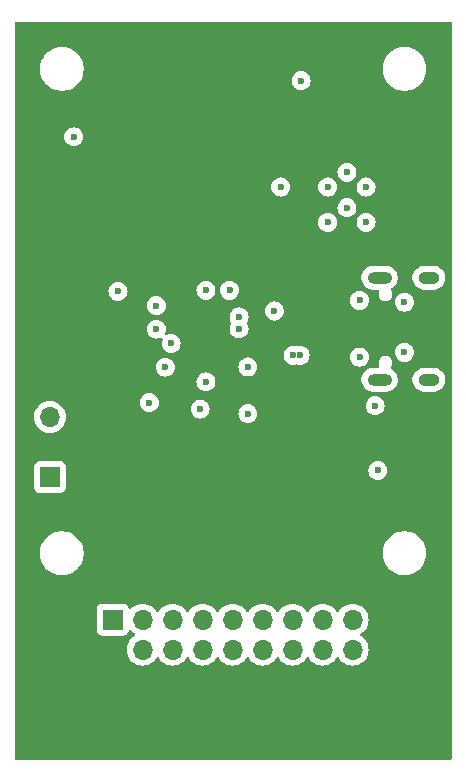
<source format=gbr>
%TF.GenerationSoftware,KiCad,Pcbnew,8.0.6*%
%TF.CreationDate,2025-04-24T20:36:05+02:00*%
%TF.ProjectId,Picroscope,50696372-6f73-4636-9f70-652e6b696361,rev?*%
%TF.SameCoordinates,Original*%
%TF.FileFunction,Copper,L2,Inr*%
%TF.FilePolarity,Positive*%
%FSLAX46Y46*%
G04 Gerber Fmt 4.6, Leading zero omitted, Abs format (unit mm)*
G04 Created by KiCad (PCBNEW 8.0.6) date 2025-04-24 20:36:05*
%MOMM*%
%LPD*%
G01*
G04 APERTURE LIST*
%TA.AperFunction,HeatsinkPad*%
%ADD10C,0.500000*%
%TD*%
%TA.AperFunction,ComponentPad*%
%ADD11R,1.700000X1.700000*%
%TD*%
%TA.AperFunction,ComponentPad*%
%ADD12O,1.700000X1.700000*%
%TD*%
%TA.AperFunction,ComponentPad*%
%ADD13C,1.800000*%
%TD*%
%TA.AperFunction,ComponentPad*%
%ADD14O,2.100000X1.000000*%
%TD*%
%TA.AperFunction,ComponentPad*%
%ADD15O,1.800000X1.000000*%
%TD*%
%TA.AperFunction,ViaPad*%
%ADD16C,0.600000*%
%TD*%
G04 APERTURE END LIST*
D10*
%TO.N,GND*%
%TO.C,U1*%
X138450000Y-95187500D03*
X137000000Y-95187500D03*
X135550000Y-95187500D03*
X138450000Y-96637500D03*
X137000000Y-96637500D03*
X135550000Y-96637500D03*
X138450000Y-98087500D03*
X137000000Y-98087500D03*
X135550000Y-98087500D03*
%TD*%
D11*
%TO.N,+3V3*%
%TO.C,J4*%
X129300000Y-120625000D03*
D12*
%TO.N,GND*%
X129300000Y-123165000D03*
%TO.N,/I2C1_SCL*%
X131840000Y-120625000D03*
%TO.N,/I2C1_SDA*%
X131840000Y-123165000D03*
%TO.N,/CAM_VSYNC*%
X134379999Y-120625000D03*
%TO.N,/CAM_HSYNC*%
X134380000Y-123165000D03*
%TO.N,/CAM_PCLK*%
X136920000Y-120625000D03*
%TO.N,/CLKOUT0*%
X136920000Y-123165000D03*
%TO.N,/CAM_D9*%
X139460000Y-120625000D03*
%TO.N,/CAM_D8*%
X139460000Y-123165000D03*
%TO.N,/CAM_D7*%
X142000000Y-120625000D03*
%TO.N,/CAM_D6*%
X142000000Y-123165000D03*
%TO.N,/CAM_D5*%
X144540000Y-120625000D03*
%TO.N,/CAM_D4*%
X144540000Y-123165000D03*
%TO.N,/CAM_D3*%
X147080001Y-120625000D03*
%TO.N,/CAM_D2*%
X147080000Y-123165000D03*
%TO.N,/CAM_Reset*%
X149620000Y-120625000D03*
%TO.N,/CAM_PWDN*%
X149620000Y-123165000D03*
%TD*%
D13*
%TO.N,GND*%
%TO.C,J3*%
X147850000Y-72100000D03*
X147250000Y-77000000D03*
X132750000Y-77000000D03*
X132150000Y-72100000D03*
%TD*%
D14*
%TO.N,/USB_SHIELD*%
%TO.C,J1*%
X151895000Y-100320000D03*
D15*
X156075000Y-100320000D03*
D14*
X151895000Y-91680000D03*
D15*
X156075000Y-91680000D03*
%TD*%
D11*
%TO.N,/MCU/SWDIO*%
%TO.C,J2*%
X123975000Y-108540000D03*
D12*
%TO.N,GND*%
X123975000Y-106000000D03*
%TO.N,/MCU/SWDCLK*%
X123975000Y-103460001D03*
%TD*%
D16*
%TO.N,GND*%
X134000000Y-130001750D03*
X146000000Y-72001750D03*
X138000000Y-130001750D03*
X154000000Y-124001750D03*
X147750000Y-93250000D03*
X156000000Y-112001750D03*
X143000000Y-104250000D03*
X152000000Y-72001750D03*
X144000000Y-72001750D03*
X126000000Y-130001750D03*
X134000000Y-128001750D03*
X152000000Y-122001750D03*
X152000000Y-118001750D03*
X137250000Y-105250000D03*
X124000000Y-112001750D03*
X129270000Y-94750000D03*
X122250000Y-80750000D03*
X122000000Y-106001750D03*
X124000000Y-122001750D03*
X148750000Y-99250000D03*
X142000000Y-130001750D03*
X135500000Y-88000000D03*
X126000000Y-126001750D03*
X136250000Y-105250000D03*
X126000000Y-86001750D03*
X156000000Y-104001750D03*
X156000000Y-76001750D03*
X136000000Y-72001750D03*
X150000000Y-116001750D03*
X147750000Y-94250000D03*
X156000000Y-128001750D03*
X130520000Y-102150000D03*
X154000000Y-78001750D03*
X122000000Y-100001750D03*
X148000000Y-128001750D03*
X156000000Y-118001750D03*
X143750000Y-82000000D03*
X122000000Y-92001750D03*
X128000000Y-128001750D03*
X122000000Y-122001750D03*
X156000000Y-120001750D03*
X150000000Y-128001750D03*
X124000000Y-118001750D03*
X130000000Y-90001750D03*
X128000000Y-92001750D03*
X126000000Y-90001750D03*
X122000000Y-98001750D03*
X122000000Y-104001750D03*
X142000000Y-128001750D03*
X124000000Y-100001750D03*
X146000000Y-130001750D03*
X144000000Y-90750000D03*
X124150000Y-98250000D03*
X150000000Y-72001750D03*
X132000000Y-84001750D03*
X124000000Y-120001750D03*
X128000000Y-74001750D03*
X148000000Y-126001750D03*
X152000000Y-112001750D03*
X128000000Y-90001750D03*
X126000000Y-78001750D03*
X122000000Y-114001750D03*
X154000000Y-122001750D03*
X122000000Y-76001750D03*
X150000000Y-126001750D03*
X143250000Y-76500000D03*
X122000000Y-74001750D03*
X134000000Y-126001750D03*
X130000000Y-128001750D03*
X148750000Y-92250000D03*
X150000000Y-130001750D03*
X122000000Y-72001750D03*
X154000000Y-96001750D03*
X154250000Y-88000000D03*
X154250000Y-102400000D03*
X124000000Y-128001750D03*
X127750000Y-98750000D03*
X156000000Y-130001750D03*
X156750000Y-83250000D03*
X125850000Y-93500000D03*
X154000000Y-128001750D03*
X142000000Y-72001750D03*
X127000000Y-94800000D03*
X124000000Y-88001750D03*
X128000000Y-126001750D03*
X132000000Y-82001750D03*
X136000000Y-126001750D03*
X122000000Y-88001750D03*
X122000000Y-96001750D03*
X122000000Y-120001750D03*
X144636805Y-100917666D03*
X126000000Y-122001750D03*
X122000000Y-116001750D03*
X136000000Y-130001750D03*
X148000000Y-130001750D03*
X126000000Y-118001750D03*
X152000000Y-120001750D03*
X152000000Y-76001750D03*
X140250000Y-76500000D03*
X130000000Y-130001750D03*
X137250000Y-76500000D03*
X152000000Y-130001750D03*
X128500000Y-94000000D03*
X138000000Y-72001750D03*
X126000000Y-128001750D03*
X142000000Y-126001750D03*
X156000000Y-72001750D03*
X122000000Y-118001750D03*
X138000000Y-128001750D03*
X154000000Y-130001750D03*
X134000000Y-80001750D03*
X156000000Y-102001750D03*
X124000000Y-90001750D03*
X154250000Y-89500000D03*
X140000000Y-126001750D03*
X128000000Y-76001750D03*
X124000000Y-124001750D03*
X122250000Y-83250000D03*
X144036804Y-100917664D03*
X152000000Y-124001750D03*
X126000000Y-92001750D03*
X156750000Y-80750000D03*
X132000000Y-126001750D03*
X146595000Y-80000000D03*
X124000000Y-92001750D03*
X126000000Y-120001750D03*
X122000000Y-108001750D03*
X126000000Y-112001750D03*
X152000000Y-128001750D03*
X126000000Y-110001750D03*
X128000000Y-72001750D03*
X136000000Y-128001750D03*
X126000000Y-124001750D03*
X140000000Y-128001750D03*
X143750000Y-103250000D03*
X124000000Y-130001750D03*
X135750000Y-76500000D03*
X153300000Y-103500000D03*
X130000000Y-126001750D03*
X128000000Y-130001750D03*
X148750000Y-100500000D03*
X129250000Y-98750000D03*
X156300000Y-110300000D03*
X144000000Y-128001750D03*
X144000000Y-126001750D03*
X156000000Y-124001750D03*
X122000000Y-112001750D03*
X154000000Y-112001750D03*
X144000000Y-130001750D03*
X156750000Y-107500000D03*
X129250000Y-88500000D03*
X138750000Y-76500000D03*
X138000000Y-126001750D03*
X150000000Y-74001750D03*
X122000000Y-90001750D03*
X152000000Y-126001750D03*
X122000000Y-130001750D03*
X139250000Y-87500000D03*
X156000000Y-126001750D03*
X124000000Y-126001750D03*
X122000000Y-124001750D03*
X122000000Y-110001750D03*
X140000000Y-72001750D03*
X130000000Y-80001750D03*
X154000000Y-126001750D03*
X146000000Y-126001750D03*
X142750000Y-102175483D03*
X122000000Y-126001750D03*
X132000000Y-128001750D03*
X132000000Y-130001750D03*
X122000000Y-102001750D03*
X132000000Y-80001750D03*
X122000000Y-128001750D03*
X154000000Y-120001750D03*
X156000000Y-88001750D03*
X122000000Y-94001750D03*
X150500000Y-113250000D03*
X130000000Y-74001750D03*
X130000000Y-72001750D03*
X156000000Y-122001750D03*
X146000000Y-128001750D03*
X156000000Y-90001750D03*
X140000000Y-130001750D03*
X134000000Y-72001750D03*
X154000000Y-118001750D03*
%TO.N,+3V3*%
X139200000Y-92750000D03*
X133000000Y-96037499D03*
X140750000Y-99237500D03*
X132400000Y-102250000D03*
X133000000Y-94037500D03*
X151750000Y-108000000D03*
X140750000Y-103200000D03*
X136700000Y-102800000D03*
X143519998Y-84000000D03*
%TO.N,+1V1*%
X145171499Y-98251040D03*
X144571500Y-98251040D03*
X137200000Y-100500000D03*
X137200000Y-92750000D03*
X134250000Y-97250000D03*
%TO.N,VBUS*%
X151520000Y-102520000D03*
X150200000Y-98400000D03*
X145250000Y-75000000D03*
X150200000Y-93600000D03*
%TO.N,/USB_CC2*%
X154000000Y-93750000D03*
%TO.N,/USB_CC1*%
X154000000Y-98000000D03*
%TO.N,/CLKOUT0*%
X129750000Y-92837500D03*
%TO.N,/MCU/SPI_CS*%
X150750000Y-84000000D03*
X143000000Y-94500000D03*
%TO.N,/MCU/RUN*%
X126000000Y-79750000D03*
X133750000Y-99250000D03*
%TO.N,/MCU/SPI_SCLK*%
X149135000Y-85750000D03*
%TO.N,/MCU/SPI_SD0*%
X147500000Y-87000000D03*
%TO.N,/MCU/SPI_SD1*%
X149135000Y-82750000D03*
X140000000Y-95000000D03*
%TO.N,/MCU/SPI_SD2*%
X140000000Y-96000000D03*
X147500000Y-84000000D03*
%TO.N,/MCU/SPI_SD3*%
X150750000Y-87000000D03*
%TD*%
%TA.AperFunction,Conductor*%
%TO.N,GND*%
G36*
X157942539Y-70020185D02*
G01*
X157988294Y-70072989D01*
X157999500Y-70124500D01*
X157999500Y-132375500D01*
X157979815Y-132442539D01*
X157927011Y-132488294D01*
X157875500Y-132499500D01*
X121124500Y-132499500D01*
X121057461Y-132479815D01*
X121011706Y-132427011D01*
X121000500Y-132375500D01*
X121000500Y-119727135D01*
X127949500Y-119727135D01*
X127949500Y-121522870D01*
X127949501Y-121522876D01*
X127955908Y-121582483D01*
X128006202Y-121717328D01*
X128006206Y-121717335D01*
X128092452Y-121832544D01*
X128092455Y-121832547D01*
X128207664Y-121918793D01*
X128207671Y-121918797D01*
X128342517Y-121969091D01*
X128342516Y-121969091D01*
X128349444Y-121969835D01*
X128402127Y-121975500D01*
X130197872Y-121975499D01*
X130257483Y-121969091D01*
X130392331Y-121918796D01*
X130507546Y-121832546D01*
X130593796Y-121717331D01*
X130642810Y-121585916D01*
X130684681Y-121529984D01*
X130750145Y-121505566D01*
X130818418Y-121520417D01*
X130846673Y-121541569D01*
X130968597Y-121663493D01*
X130968603Y-121663498D01*
X131154158Y-121793425D01*
X131197783Y-121848002D01*
X131204977Y-121917500D01*
X131173454Y-121979855D01*
X131154158Y-121996575D01*
X130968597Y-122126505D01*
X130801505Y-122293597D01*
X130665965Y-122487169D01*
X130665964Y-122487171D01*
X130566098Y-122701335D01*
X130566094Y-122701344D01*
X130504938Y-122929586D01*
X130504936Y-122929596D01*
X130484341Y-123164999D01*
X130484341Y-123165000D01*
X130504936Y-123400403D01*
X130504938Y-123400413D01*
X130566094Y-123628655D01*
X130566096Y-123628659D01*
X130566097Y-123628663D01*
X130570000Y-123637032D01*
X130665965Y-123842830D01*
X130665967Y-123842834D01*
X130774281Y-123997521D01*
X130801505Y-124036401D01*
X130968599Y-124203495D01*
X131065384Y-124271265D01*
X131162165Y-124339032D01*
X131162167Y-124339033D01*
X131162170Y-124339035D01*
X131376337Y-124438903D01*
X131604592Y-124500063D01*
X131792918Y-124516539D01*
X131839999Y-124520659D01*
X131840000Y-124520659D01*
X131840001Y-124520659D01*
X131879234Y-124517226D01*
X132075408Y-124500063D01*
X132303663Y-124438903D01*
X132517830Y-124339035D01*
X132711401Y-124203495D01*
X132878495Y-124036401D01*
X133008425Y-123850842D01*
X133063002Y-123807217D01*
X133132500Y-123800023D01*
X133194855Y-123831546D01*
X133211575Y-123850842D01*
X133341500Y-124036395D01*
X133341505Y-124036401D01*
X133508599Y-124203495D01*
X133605384Y-124271265D01*
X133702165Y-124339032D01*
X133702167Y-124339033D01*
X133702170Y-124339035D01*
X133916337Y-124438903D01*
X134144592Y-124500063D01*
X134332918Y-124516539D01*
X134379999Y-124520659D01*
X134380000Y-124520659D01*
X134380001Y-124520659D01*
X134419234Y-124517226D01*
X134615408Y-124500063D01*
X134843663Y-124438903D01*
X135057830Y-124339035D01*
X135251401Y-124203495D01*
X135418495Y-124036401D01*
X135548425Y-123850842D01*
X135603002Y-123807217D01*
X135672500Y-123800023D01*
X135734855Y-123831546D01*
X135751575Y-123850842D01*
X135881500Y-124036395D01*
X135881505Y-124036401D01*
X136048599Y-124203495D01*
X136145384Y-124271265D01*
X136242165Y-124339032D01*
X136242167Y-124339033D01*
X136242170Y-124339035D01*
X136456337Y-124438903D01*
X136684592Y-124500063D01*
X136872918Y-124516539D01*
X136919999Y-124520659D01*
X136920000Y-124520659D01*
X136920001Y-124520659D01*
X136959234Y-124517226D01*
X137155408Y-124500063D01*
X137383663Y-124438903D01*
X137597830Y-124339035D01*
X137791401Y-124203495D01*
X137958495Y-124036401D01*
X138088425Y-123850842D01*
X138143002Y-123807217D01*
X138212500Y-123800023D01*
X138274855Y-123831546D01*
X138291575Y-123850842D01*
X138421500Y-124036395D01*
X138421505Y-124036401D01*
X138588599Y-124203495D01*
X138685384Y-124271265D01*
X138782165Y-124339032D01*
X138782167Y-124339033D01*
X138782170Y-124339035D01*
X138996337Y-124438903D01*
X139224592Y-124500063D01*
X139412918Y-124516539D01*
X139459999Y-124520659D01*
X139460000Y-124520659D01*
X139460001Y-124520659D01*
X139499234Y-124517226D01*
X139695408Y-124500063D01*
X139923663Y-124438903D01*
X140137830Y-124339035D01*
X140331401Y-124203495D01*
X140498495Y-124036401D01*
X140628425Y-123850842D01*
X140683002Y-123807217D01*
X140752500Y-123800023D01*
X140814855Y-123831546D01*
X140831575Y-123850842D01*
X140961500Y-124036395D01*
X140961505Y-124036401D01*
X141128599Y-124203495D01*
X141225384Y-124271265D01*
X141322165Y-124339032D01*
X141322167Y-124339033D01*
X141322170Y-124339035D01*
X141536337Y-124438903D01*
X141764592Y-124500063D01*
X141952918Y-124516539D01*
X141999999Y-124520659D01*
X142000000Y-124520659D01*
X142000001Y-124520659D01*
X142039234Y-124517226D01*
X142235408Y-124500063D01*
X142463663Y-124438903D01*
X142677830Y-124339035D01*
X142871401Y-124203495D01*
X143038495Y-124036401D01*
X143168425Y-123850842D01*
X143223002Y-123807217D01*
X143292500Y-123800023D01*
X143354855Y-123831546D01*
X143371575Y-123850842D01*
X143501500Y-124036395D01*
X143501505Y-124036401D01*
X143668599Y-124203495D01*
X143765384Y-124271265D01*
X143862165Y-124339032D01*
X143862167Y-124339033D01*
X143862170Y-124339035D01*
X144076337Y-124438903D01*
X144304592Y-124500063D01*
X144492918Y-124516539D01*
X144539999Y-124520659D01*
X144540000Y-124520659D01*
X144540001Y-124520659D01*
X144579234Y-124517226D01*
X144775408Y-124500063D01*
X145003663Y-124438903D01*
X145217830Y-124339035D01*
X145411401Y-124203495D01*
X145578495Y-124036401D01*
X145708425Y-123850842D01*
X145763002Y-123807217D01*
X145832500Y-123800023D01*
X145894855Y-123831546D01*
X145911575Y-123850842D01*
X146041500Y-124036395D01*
X146041505Y-124036401D01*
X146208599Y-124203495D01*
X146305384Y-124271265D01*
X146402165Y-124339032D01*
X146402167Y-124339033D01*
X146402170Y-124339035D01*
X146616337Y-124438903D01*
X146844592Y-124500063D01*
X147032918Y-124516539D01*
X147079999Y-124520659D01*
X147080000Y-124520659D01*
X147080001Y-124520659D01*
X147119234Y-124517226D01*
X147315408Y-124500063D01*
X147543663Y-124438903D01*
X147757830Y-124339035D01*
X147951401Y-124203495D01*
X148118495Y-124036401D01*
X148248425Y-123850842D01*
X148303002Y-123807217D01*
X148372500Y-123800023D01*
X148434855Y-123831546D01*
X148451575Y-123850842D01*
X148581500Y-124036395D01*
X148581505Y-124036401D01*
X148748599Y-124203495D01*
X148845384Y-124271265D01*
X148942165Y-124339032D01*
X148942167Y-124339033D01*
X148942170Y-124339035D01*
X149156337Y-124438903D01*
X149384592Y-124500063D01*
X149572918Y-124516539D01*
X149619999Y-124520659D01*
X149620000Y-124520659D01*
X149620001Y-124520659D01*
X149659234Y-124517226D01*
X149855408Y-124500063D01*
X150083663Y-124438903D01*
X150297830Y-124339035D01*
X150491401Y-124203495D01*
X150658495Y-124036401D01*
X150794035Y-123842830D01*
X150893903Y-123628663D01*
X150955063Y-123400408D01*
X150975659Y-123165000D01*
X150955063Y-122929592D01*
X150893903Y-122701337D01*
X150794035Y-122487171D01*
X150788425Y-122479158D01*
X150658494Y-122293597D01*
X150491402Y-122126506D01*
X150491396Y-122126501D01*
X150305842Y-121996575D01*
X150262217Y-121941998D01*
X150255023Y-121872500D01*
X150286546Y-121810145D01*
X150305842Y-121793425D01*
X150328026Y-121777891D01*
X150491401Y-121663495D01*
X150658495Y-121496401D01*
X150794035Y-121302830D01*
X150893903Y-121088663D01*
X150955063Y-120860408D01*
X150975659Y-120625000D01*
X150955063Y-120389592D01*
X150893903Y-120161337D01*
X150794035Y-119947171D01*
X150788425Y-119939158D01*
X150658494Y-119753597D01*
X150491402Y-119586506D01*
X150491395Y-119586501D01*
X150297834Y-119450967D01*
X150297830Y-119450965D01*
X150297828Y-119450964D01*
X150083663Y-119351097D01*
X150083659Y-119351096D01*
X150083655Y-119351094D01*
X149855413Y-119289938D01*
X149855403Y-119289936D01*
X149620001Y-119269341D01*
X149619999Y-119269341D01*
X149384596Y-119289936D01*
X149384586Y-119289938D01*
X149156344Y-119351094D01*
X149156335Y-119351098D01*
X148942171Y-119450964D01*
X148942169Y-119450965D01*
X148748597Y-119586505D01*
X148581508Y-119753594D01*
X148451575Y-119939158D01*
X148396998Y-119982782D01*
X148327499Y-119989975D01*
X148265145Y-119958453D01*
X148248425Y-119939157D01*
X148118495Y-119753597D01*
X147951403Y-119586506D01*
X147951396Y-119586501D01*
X147757835Y-119450967D01*
X147757831Y-119450965D01*
X147757829Y-119450964D01*
X147543664Y-119351097D01*
X147543660Y-119351096D01*
X147543656Y-119351094D01*
X147315414Y-119289938D01*
X147315404Y-119289936D01*
X147080002Y-119269341D01*
X147080000Y-119269341D01*
X146844597Y-119289936D01*
X146844587Y-119289938D01*
X146616345Y-119351094D01*
X146616336Y-119351098D01*
X146402172Y-119450964D01*
X146402170Y-119450965D01*
X146208598Y-119586505D01*
X146041509Y-119753594D01*
X145911575Y-119939160D01*
X145856998Y-119982784D01*
X145787499Y-119989977D01*
X145725145Y-119958455D01*
X145708425Y-119939159D01*
X145578494Y-119753597D01*
X145411402Y-119586506D01*
X145411395Y-119586501D01*
X145217834Y-119450967D01*
X145217830Y-119450965D01*
X145217828Y-119450964D01*
X145003663Y-119351097D01*
X145003659Y-119351096D01*
X145003655Y-119351094D01*
X144775413Y-119289938D01*
X144775403Y-119289936D01*
X144540001Y-119269341D01*
X144539999Y-119269341D01*
X144304596Y-119289936D01*
X144304586Y-119289938D01*
X144076344Y-119351094D01*
X144076335Y-119351098D01*
X143862171Y-119450964D01*
X143862169Y-119450965D01*
X143668597Y-119586505D01*
X143501505Y-119753597D01*
X143371575Y-119939158D01*
X143316998Y-119982783D01*
X143247500Y-119989977D01*
X143185145Y-119958454D01*
X143168425Y-119939158D01*
X143038494Y-119753597D01*
X142871402Y-119586506D01*
X142871395Y-119586501D01*
X142677834Y-119450967D01*
X142677830Y-119450965D01*
X142677828Y-119450964D01*
X142463663Y-119351097D01*
X142463659Y-119351096D01*
X142463655Y-119351094D01*
X142235413Y-119289938D01*
X142235403Y-119289936D01*
X142000001Y-119269341D01*
X141999999Y-119269341D01*
X141764596Y-119289936D01*
X141764586Y-119289938D01*
X141536344Y-119351094D01*
X141536335Y-119351098D01*
X141322171Y-119450964D01*
X141322169Y-119450965D01*
X141128597Y-119586505D01*
X140961505Y-119753597D01*
X140831575Y-119939158D01*
X140776998Y-119982783D01*
X140707500Y-119989977D01*
X140645145Y-119958454D01*
X140628425Y-119939158D01*
X140498494Y-119753597D01*
X140331402Y-119586506D01*
X140331395Y-119586501D01*
X140137834Y-119450967D01*
X140137830Y-119450965D01*
X140137828Y-119450964D01*
X139923663Y-119351097D01*
X139923659Y-119351096D01*
X139923655Y-119351094D01*
X139695413Y-119289938D01*
X139695403Y-119289936D01*
X139460001Y-119269341D01*
X139459999Y-119269341D01*
X139224596Y-119289936D01*
X139224586Y-119289938D01*
X138996344Y-119351094D01*
X138996335Y-119351098D01*
X138782171Y-119450964D01*
X138782169Y-119450965D01*
X138588597Y-119586505D01*
X138421505Y-119753597D01*
X138291575Y-119939158D01*
X138236998Y-119982783D01*
X138167500Y-119989977D01*
X138105145Y-119958454D01*
X138088425Y-119939158D01*
X137958494Y-119753597D01*
X137791402Y-119586506D01*
X137791395Y-119586501D01*
X137597834Y-119450967D01*
X137597830Y-119450965D01*
X137597828Y-119450964D01*
X137383663Y-119351097D01*
X137383659Y-119351096D01*
X137383655Y-119351094D01*
X137155413Y-119289938D01*
X137155403Y-119289936D01*
X136920001Y-119269341D01*
X136919999Y-119269341D01*
X136684596Y-119289936D01*
X136684586Y-119289938D01*
X136456344Y-119351094D01*
X136456335Y-119351098D01*
X136242171Y-119450964D01*
X136242169Y-119450965D01*
X136048597Y-119586505D01*
X135881508Y-119753594D01*
X135751574Y-119939160D01*
X135696997Y-119982784D01*
X135627498Y-119989977D01*
X135565144Y-119958455D01*
X135548424Y-119939159D01*
X135418493Y-119753597D01*
X135251401Y-119586506D01*
X135251394Y-119586501D01*
X135057833Y-119450967D01*
X135057829Y-119450965D01*
X135057827Y-119450964D01*
X134843662Y-119351097D01*
X134843658Y-119351096D01*
X134843654Y-119351094D01*
X134615412Y-119289938D01*
X134615402Y-119289936D01*
X134380000Y-119269341D01*
X134379998Y-119269341D01*
X134144595Y-119289936D01*
X134144585Y-119289938D01*
X133916343Y-119351094D01*
X133916334Y-119351098D01*
X133702170Y-119450964D01*
X133702168Y-119450965D01*
X133508596Y-119586505D01*
X133341507Y-119753594D01*
X133211574Y-119939158D01*
X133156997Y-119982782D01*
X133087498Y-119989975D01*
X133025144Y-119958453D01*
X133008424Y-119939157D01*
X132878494Y-119753597D01*
X132711402Y-119586506D01*
X132711395Y-119586501D01*
X132517834Y-119450967D01*
X132517830Y-119450965D01*
X132517828Y-119450964D01*
X132303663Y-119351097D01*
X132303659Y-119351096D01*
X132303655Y-119351094D01*
X132075413Y-119289938D01*
X132075403Y-119289936D01*
X131840001Y-119269341D01*
X131839999Y-119269341D01*
X131604596Y-119289936D01*
X131604586Y-119289938D01*
X131376344Y-119351094D01*
X131376335Y-119351098D01*
X131162171Y-119450964D01*
X131162169Y-119450965D01*
X130968600Y-119586503D01*
X130846673Y-119708430D01*
X130785350Y-119741914D01*
X130715658Y-119736930D01*
X130659725Y-119695058D01*
X130642810Y-119664081D01*
X130593797Y-119532671D01*
X130593793Y-119532664D01*
X130507547Y-119417455D01*
X130507544Y-119417452D01*
X130392335Y-119331206D01*
X130392328Y-119331202D01*
X130257482Y-119280908D01*
X130257483Y-119280908D01*
X130197883Y-119274501D01*
X130197881Y-119274500D01*
X130197873Y-119274500D01*
X130197864Y-119274500D01*
X128402129Y-119274500D01*
X128402123Y-119274501D01*
X128342516Y-119280908D01*
X128207671Y-119331202D01*
X128207664Y-119331206D01*
X128092455Y-119417452D01*
X128092452Y-119417455D01*
X128006206Y-119532664D01*
X128006202Y-119532671D01*
X127955908Y-119667517D01*
X127949501Y-119727116D01*
X127949500Y-119727135D01*
X121000500Y-119727135D01*
X121000500Y-114878456D01*
X123145500Y-114878456D01*
X123145500Y-115121543D01*
X123145501Y-115121559D01*
X123177230Y-115362569D01*
X123240149Y-115597386D01*
X123333175Y-115821972D01*
X123333182Y-115821987D01*
X123454730Y-116032516D01*
X123602722Y-116225380D01*
X123602730Y-116225389D01*
X123774611Y-116397270D01*
X123774619Y-116397277D01*
X123967483Y-116545269D01*
X124178012Y-116666817D01*
X124178027Y-116666824D01*
X124294171Y-116714932D01*
X124402612Y-116759850D01*
X124637429Y-116822769D01*
X124878450Y-116854500D01*
X124878457Y-116854500D01*
X125121543Y-116854500D01*
X125121550Y-116854500D01*
X125362571Y-116822769D01*
X125597388Y-116759850D01*
X125821984Y-116666819D01*
X126032516Y-116545269D01*
X126225380Y-116397278D01*
X126225384Y-116397273D01*
X126225389Y-116397270D01*
X126397270Y-116225389D01*
X126397273Y-116225384D01*
X126397278Y-116225380D01*
X126545269Y-116032516D01*
X126666819Y-115821984D01*
X126759850Y-115597388D01*
X126822769Y-115362571D01*
X126854500Y-115121550D01*
X126854500Y-114878456D01*
X152145500Y-114878456D01*
X152145500Y-115121543D01*
X152145501Y-115121559D01*
X152177230Y-115362569D01*
X152240149Y-115597386D01*
X152333175Y-115821972D01*
X152333182Y-115821987D01*
X152454730Y-116032516D01*
X152602722Y-116225380D01*
X152602730Y-116225389D01*
X152774611Y-116397270D01*
X152774619Y-116397277D01*
X152967483Y-116545269D01*
X153178012Y-116666817D01*
X153178027Y-116666824D01*
X153294171Y-116714932D01*
X153402612Y-116759850D01*
X153637429Y-116822769D01*
X153878450Y-116854500D01*
X153878457Y-116854500D01*
X154121543Y-116854500D01*
X154121550Y-116854500D01*
X154362571Y-116822769D01*
X154597388Y-116759850D01*
X154821984Y-116666819D01*
X155032516Y-116545269D01*
X155225380Y-116397278D01*
X155225384Y-116397273D01*
X155225389Y-116397270D01*
X155397270Y-116225389D01*
X155397273Y-116225384D01*
X155397278Y-116225380D01*
X155545269Y-116032516D01*
X155666819Y-115821984D01*
X155759850Y-115597388D01*
X155822769Y-115362571D01*
X155854500Y-115121550D01*
X155854500Y-114878450D01*
X155822769Y-114637429D01*
X155759850Y-114402612D01*
X155666819Y-114178016D01*
X155666817Y-114178012D01*
X155545269Y-113967483D01*
X155397277Y-113774619D01*
X155397270Y-113774611D01*
X155225389Y-113602730D01*
X155225380Y-113602722D01*
X155032516Y-113454730D01*
X154821987Y-113333182D01*
X154821972Y-113333175D01*
X154597386Y-113240149D01*
X154362569Y-113177230D01*
X154121559Y-113145501D01*
X154121556Y-113145500D01*
X154121550Y-113145500D01*
X153878450Y-113145500D01*
X153878444Y-113145500D01*
X153878440Y-113145501D01*
X153637430Y-113177230D01*
X153402613Y-113240149D01*
X153178027Y-113333175D01*
X153178012Y-113333182D01*
X152967483Y-113454730D01*
X152774619Y-113602722D01*
X152602722Y-113774619D01*
X152454730Y-113967483D01*
X152333182Y-114178012D01*
X152333175Y-114178027D01*
X152240149Y-114402613D01*
X152177230Y-114637430D01*
X152145501Y-114878440D01*
X152145500Y-114878456D01*
X126854500Y-114878456D01*
X126854500Y-114878450D01*
X126822769Y-114637429D01*
X126759850Y-114402612D01*
X126666819Y-114178016D01*
X126666817Y-114178012D01*
X126545269Y-113967483D01*
X126397277Y-113774619D01*
X126397270Y-113774611D01*
X126225389Y-113602730D01*
X126225380Y-113602722D01*
X126032516Y-113454730D01*
X125821987Y-113333182D01*
X125821972Y-113333175D01*
X125597386Y-113240149D01*
X125362569Y-113177230D01*
X125121559Y-113145501D01*
X125121556Y-113145500D01*
X125121550Y-113145500D01*
X124878450Y-113145500D01*
X124878444Y-113145500D01*
X124878440Y-113145501D01*
X124637430Y-113177230D01*
X124402613Y-113240149D01*
X124178027Y-113333175D01*
X124178012Y-113333182D01*
X123967483Y-113454730D01*
X123774619Y-113602722D01*
X123602722Y-113774619D01*
X123454730Y-113967483D01*
X123333182Y-114178012D01*
X123333175Y-114178027D01*
X123240149Y-114402613D01*
X123177230Y-114637430D01*
X123145501Y-114878440D01*
X123145500Y-114878456D01*
X121000500Y-114878456D01*
X121000500Y-107642135D01*
X122624500Y-107642135D01*
X122624500Y-109437870D01*
X122624501Y-109437876D01*
X122630908Y-109497483D01*
X122681202Y-109632328D01*
X122681206Y-109632335D01*
X122767452Y-109747544D01*
X122767455Y-109747547D01*
X122882664Y-109833793D01*
X122882671Y-109833797D01*
X123017517Y-109884091D01*
X123017516Y-109884091D01*
X123024444Y-109884835D01*
X123077127Y-109890500D01*
X124872872Y-109890499D01*
X124932483Y-109884091D01*
X125067331Y-109833796D01*
X125182546Y-109747546D01*
X125268796Y-109632331D01*
X125319091Y-109497483D01*
X125325500Y-109437873D01*
X125325499Y-107999996D01*
X150944435Y-107999996D01*
X150944435Y-108000003D01*
X150964630Y-108179249D01*
X150964631Y-108179254D01*
X151024211Y-108349523D01*
X151120184Y-108502262D01*
X151247738Y-108629816D01*
X151400478Y-108725789D01*
X151570745Y-108785368D01*
X151570750Y-108785369D01*
X151749996Y-108805565D01*
X151750000Y-108805565D01*
X151750004Y-108805565D01*
X151929249Y-108785369D01*
X151929252Y-108785368D01*
X151929255Y-108785368D01*
X152099522Y-108725789D01*
X152252262Y-108629816D01*
X152379816Y-108502262D01*
X152475789Y-108349522D01*
X152535368Y-108179255D01*
X152555565Y-108000000D01*
X152535368Y-107820745D01*
X152475789Y-107650478D01*
X152470542Y-107642128D01*
X152379815Y-107497737D01*
X152252262Y-107370184D01*
X152099523Y-107274211D01*
X151929254Y-107214631D01*
X151929249Y-107214630D01*
X151750004Y-107194435D01*
X151749996Y-107194435D01*
X151570750Y-107214630D01*
X151570745Y-107214631D01*
X151400476Y-107274211D01*
X151247737Y-107370184D01*
X151120184Y-107497737D01*
X151024211Y-107650476D01*
X150964631Y-107820745D01*
X150964630Y-107820750D01*
X150944435Y-107999996D01*
X125325499Y-107999996D01*
X125325499Y-107642128D01*
X125319091Y-107582517D01*
X125268796Y-107447669D01*
X125268795Y-107447668D01*
X125268793Y-107447664D01*
X125182547Y-107332455D01*
X125182544Y-107332452D01*
X125067335Y-107246206D01*
X125067328Y-107246202D01*
X124932482Y-107195908D01*
X124932483Y-107195908D01*
X124872883Y-107189501D01*
X124872881Y-107189500D01*
X124872873Y-107189500D01*
X124872864Y-107189500D01*
X123077129Y-107189500D01*
X123077123Y-107189501D01*
X123017516Y-107195908D01*
X122882671Y-107246202D01*
X122882664Y-107246206D01*
X122767455Y-107332452D01*
X122767452Y-107332455D01*
X122681206Y-107447664D01*
X122681202Y-107447671D01*
X122630908Y-107582517D01*
X122624501Y-107642116D01*
X122624501Y-107642123D01*
X122624500Y-107642135D01*
X121000500Y-107642135D01*
X121000500Y-103460000D01*
X122619341Y-103460000D01*
X122619341Y-103460001D01*
X122639936Y-103695404D01*
X122639938Y-103695414D01*
X122701094Y-103923656D01*
X122701096Y-103923660D01*
X122701097Y-103923664D01*
X122800965Y-104137831D01*
X122800967Y-104137835D01*
X122909281Y-104292522D01*
X122936505Y-104331402D01*
X123103599Y-104498496D01*
X123200384Y-104566266D01*
X123297165Y-104634033D01*
X123297167Y-104634034D01*
X123297170Y-104634036D01*
X123511337Y-104733904D01*
X123739592Y-104795064D01*
X123927918Y-104811540D01*
X123974999Y-104815660D01*
X123975000Y-104815660D01*
X123975001Y-104815660D01*
X124014234Y-104812227D01*
X124210408Y-104795064D01*
X124438663Y-104733904D01*
X124652830Y-104634036D01*
X124846401Y-104498496D01*
X125013495Y-104331402D01*
X125149035Y-104137831D01*
X125248903Y-103923664D01*
X125310063Y-103695409D01*
X125330659Y-103460001D01*
X125310063Y-103224593D01*
X125248903Y-102996338D01*
X125149035Y-102782172D01*
X125090977Y-102699255D01*
X125013494Y-102588598D01*
X124846402Y-102421507D01*
X124846395Y-102421502D01*
X124652834Y-102285968D01*
X124652830Y-102285966D01*
X124575707Y-102250003D01*
X124575692Y-102249996D01*
X131594435Y-102249996D01*
X131594435Y-102250003D01*
X131614630Y-102429249D01*
X131614631Y-102429254D01*
X131674211Y-102599523D01*
X131736877Y-102699254D01*
X131770184Y-102752262D01*
X131897738Y-102879816D01*
X132050478Y-102975789D01*
X132109204Y-102996338D01*
X132220745Y-103035368D01*
X132220750Y-103035369D01*
X132399996Y-103055565D01*
X132400000Y-103055565D01*
X132400004Y-103055565D01*
X132579249Y-103035369D01*
X132579252Y-103035368D01*
X132579255Y-103035368D01*
X132749522Y-102975789D01*
X132902262Y-102879816D01*
X132982082Y-102799996D01*
X135894435Y-102799996D01*
X135894435Y-102800003D01*
X135914630Y-102979249D01*
X135914631Y-102979254D01*
X135974211Y-103149523D01*
X136070184Y-103302262D01*
X136197738Y-103429816D01*
X136350478Y-103525789D01*
X136418306Y-103549523D01*
X136520745Y-103585368D01*
X136520750Y-103585369D01*
X136699996Y-103605565D01*
X136700000Y-103605565D01*
X136700004Y-103605565D01*
X136879249Y-103585369D01*
X136879252Y-103585368D01*
X136879255Y-103585368D01*
X137049522Y-103525789D01*
X137202262Y-103429816D01*
X137329816Y-103302262D01*
X137394074Y-103199996D01*
X139944435Y-103199996D01*
X139944435Y-103200003D01*
X139964630Y-103379249D01*
X139964631Y-103379254D01*
X140024211Y-103549523D01*
X140046735Y-103585369D01*
X140120184Y-103702262D01*
X140247738Y-103829816D01*
X140338080Y-103886582D01*
X140397097Y-103923665D01*
X140400478Y-103925789D01*
X140570745Y-103985368D01*
X140570750Y-103985369D01*
X140749996Y-104005565D01*
X140750000Y-104005565D01*
X140750004Y-104005565D01*
X140929249Y-103985369D01*
X140929252Y-103985368D01*
X140929255Y-103985368D01*
X141099522Y-103925789D01*
X141252262Y-103829816D01*
X141379816Y-103702262D01*
X141475789Y-103549522D01*
X141535368Y-103379255D01*
X141535369Y-103379249D01*
X141555565Y-103200003D01*
X141555565Y-103199996D01*
X141535369Y-103020750D01*
X141535368Y-103020745D01*
X141475788Y-102850476D01*
X141380769Y-102699255D01*
X141379816Y-102697738D01*
X141252262Y-102570184D01*
X141172389Y-102519996D01*
X150714435Y-102519996D01*
X150714435Y-102520003D01*
X150734630Y-102699249D01*
X150734631Y-102699254D01*
X150794211Y-102869523D01*
X150873895Y-102996338D01*
X150890184Y-103022262D01*
X151017738Y-103149816D01*
X151170478Y-103245789D01*
X151331869Y-103302262D01*
X151340745Y-103305368D01*
X151340750Y-103305369D01*
X151519996Y-103325565D01*
X151520000Y-103325565D01*
X151520004Y-103325565D01*
X151699249Y-103305369D01*
X151699252Y-103305368D01*
X151699255Y-103305368D01*
X151869522Y-103245789D01*
X152022262Y-103149816D01*
X152149816Y-103022262D01*
X152245789Y-102869522D01*
X152305368Y-102699255D01*
X152305539Y-102697737D01*
X152325565Y-102520003D01*
X152325565Y-102519996D01*
X152305369Y-102340750D01*
X152305368Y-102340745D01*
X152273615Y-102250000D01*
X152245789Y-102170478D01*
X152245604Y-102170184D01*
X152183126Y-102070750D01*
X152149816Y-102017738D01*
X152022262Y-101890184D01*
X151869523Y-101794211D01*
X151699254Y-101734631D01*
X151699249Y-101734630D01*
X151520004Y-101714435D01*
X151519996Y-101714435D01*
X151340750Y-101734630D01*
X151340745Y-101734631D01*
X151170476Y-101794211D01*
X151017737Y-101890184D01*
X150890184Y-102017737D01*
X150794211Y-102170476D01*
X150734631Y-102340745D01*
X150734630Y-102340750D01*
X150714435Y-102519996D01*
X141172389Y-102519996D01*
X141099523Y-102474211D01*
X140929254Y-102414631D01*
X140929249Y-102414630D01*
X140750004Y-102394435D01*
X140749996Y-102394435D01*
X140570750Y-102414630D01*
X140570745Y-102414631D01*
X140400476Y-102474211D01*
X140247737Y-102570184D01*
X140120184Y-102697737D01*
X140024211Y-102850476D01*
X139964631Y-103020745D01*
X139964630Y-103020750D01*
X139944435Y-103199996D01*
X137394074Y-103199996D01*
X137425789Y-103149522D01*
X137485368Y-102979255D01*
X137505565Y-102800000D01*
X137503556Y-102782172D01*
X137485369Y-102620750D01*
X137485368Y-102620745D01*
X137450114Y-102519996D01*
X137425789Y-102450478D01*
X137403265Y-102414632D01*
X137329815Y-102297737D01*
X137202262Y-102170184D01*
X137049523Y-102074211D01*
X136879254Y-102014631D01*
X136879249Y-102014630D01*
X136700004Y-101994435D01*
X136699996Y-101994435D01*
X136520750Y-102014630D01*
X136520745Y-102014631D01*
X136350476Y-102074211D01*
X136197737Y-102170184D01*
X136070184Y-102297737D01*
X135974211Y-102450476D01*
X135914631Y-102620745D01*
X135914630Y-102620750D01*
X135894435Y-102799996D01*
X132982082Y-102799996D01*
X133029816Y-102752262D01*
X133125789Y-102599522D01*
X133185368Y-102429255D01*
X133187016Y-102414630D01*
X133205565Y-102250003D01*
X133205565Y-102249996D01*
X133185369Y-102070750D01*
X133185368Y-102070745D01*
X133165733Y-102014631D01*
X133125789Y-101900478D01*
X133029816Y-101747738D01*
X132902262Y-101620184D01*
X132749523Y-101524211D01*
X132579254Y-101464631D01*
X132579249Y-101464630D01*
X132400004Y-101444435D01*
X132399996Y-101444435D01*
X132220750Y-101464630D01*
X132220745Y-101464631D01*
X132050476Y-101524211D01*
X131897737Y-101620184D01*
X131770184Y-101747737D01*
X131674211Y-101900476D01*
X131614631Y-102070745D01*
X131614630Y-102070750D01*
X131594435Y-102249996D01*
X124575692Y-102249996D01*
X124438663Y-102186098D01*
X124438659Y-102186097D01*
X124438655Y-102186095D01*
X124210413Y-102124939D01*
X124210403Y-102124937D01*
X123975001Y-102104342D01*
X123974999Y-102104342D01*
X123739596Y-102124937D01*
X123739586Y-102124939D01*
X123511344Y-102186095D01*
X123511335Y-102186099D01*
X123297171Y-102285965D01*
X123297169Y-102285966D01*
X123103597Y-102421506D01*
X122936505Y-102588598D01*
X122800965Y-102782170D01*
X122800964Y-102782172D01*
X122701098Y-102996336D01*
X122701094Y-102996345D01*
X122639938Y-103224587D01*
X122639936Y-103224597D01*
X122619341Y-103460000D01*
X121000500Y-103460000D01*
X121000500Y-100499996D01*
X136394435Y-100499996D01*
X136394435Y-100500003D01*
X136414630Y-100679249D01*
X136414631Y-100679254D01*
X136474211Y-100849523D01*
X136542235Y-100957781D01*
X136570184Y-101002262D01*
X136697738Y-101129816D01*
X136788080Y-101186582D01*
X136819994Y-101206635D01*
X136850478Y-101225789D01*
X137011260Y-101282049D01*
X137020745Y-101285368D01*
X137020750Y-101285369D01*
X137199996Y-101305565D01*
X137200000Y-101305565D01*
X137200004Y-101305565D01*
X137379249Y-101285369D01*
X137379252Y-101285368D01*
X137379255Y-101285368D01*
X137549522Y-101225789D01*
X137702262Y-101129816D01*
X137829816Y-101002262D01*
X137925789Y-100849522D01*
X137985368Y-100679255D01*
X137992964Y-100611839D01*
X138005565Y-100500003D01*
X138005565Y-100499996D01*
X137996388Y-100418543D01*
X150344499Y-100418543D01*
X150382947Y-100611829D01*
X150382950Y-100611839D01*
X150458364Y-100793907D01*
X150458371Y-100793920D01*
X150567860Y-100957781D01*
X150567863Y-100957785D01*
X150707214Y-101097136D01*
X150707218Y-101097139D01*
X150871079Y-101206628D01*
X150871092Y-101206635D01*
X151053160Y-101282049D01*
X151053165Y-101282051D01*
X151053169Y-101282051D01*
X151053170Y-101282052D01*
X151246456Y-101320500D01*
X151246459Y-101320500D01*
X152543543Y-101320500D01*
X152720154Y-101285369D01*
X152736835Y-101282051D01*
X152918914Y-101206632D01*
X153082782Y-101097139D01*
X153222139Y-100957782D01*
X153331632Y-100793914D01*
X153407051Y-100611835D01*
X153429297Y-100500000D01*
X153445500Y-100418543D01*
X154674499Y-100418543D01*
X154712947Y-100611829D01*
X154712950Y-100611839D01*
X154788364Y-100793907D01*
X154788371Y-100793920D01*
X154897860Y-100957781D01*
X154897863Y-100957785D01*
X155037214Y-101097136D01*
X155037218Y-101097139D01*
X155201079Y-101206628D01*
X155201092Y-101206635D01*
X155383160Y-101282049D01*
X155383165Y-101282051D01*
X155383169Y-101282051D01*
X155383170Y-101282052D01*
X155576456Y-101320500D01*
X155576459Y-101320500D01*
X156573543Y-101320500D01*
X156750154Y-101285369D01*
X156766835Y-101282051D01*
X156948914Y-101206632D01*
X157112782Y-101097139D01*
X157252139Y-100957782D01*
X157361632Y-100793914D01*
X157437051Y-100611835D01*
X157459297Y-100500000D01*
X157475500Y-100418543D01*
X157475500Y-100221456D01*
X157437052Y-100028170D01*
X157437051Y-100028169D01*
X157437051Y-100028165D01*
X157424448Y-99997738D01*
X157361635Y-99846092D01*
X157361628Y-99846079D01*
X157252139Y-99682218D01*
X157252136Y-99682214D01*
X157112785Y-99542863D01*
X157112781Y-99542860D01*
X156948920Y-99433371D01*
X156948907Y-99433364D01*
X156766839Y-99357950D01*
X156766829Y-99357947D01*
X156573543Y-99319500D01*
X156573541Y-99319500D01*
X155576459Y-99319500D01*
X155576457Y-99319500D01*
X155383170Y-99357947D01*
X155383160Y-99357950D01*
X155201092Y-99433364D01*
X155201079Y-99433371D01*
X155037218Y-99542860D01*
X155037214Y-99542863D01*
X154897863Y-99682214D01*
X154897860Y-99682218D01*
X154788371Y-99846079D01*
X154788364Y-99846092D01*
X154712950Y-100028160D01*
X154712947Y-100028170D01*
X154674500Y-100221456D01*
X154674500Y-100221459D01*
X154674500Y-100418541D01*
X154674500Y-100418543D01*
X154674499Y-100418543D01*
X153445500Y-100418543D01*
X153445500Y-100221456D01*
X153407052Y-100028170D01*
X153407051Y-100028169D01*
X153407051Y-100028165D01*
X153394448Y-99997738D01*
X153331635Y-99846092D01*
X153331628Y-99846079D01*
X153222139Y-99682218D01*
X153222136Y-99682214D01*
X153082785Y-99542863D01*
X153082781Y-99542860D01*
X152918920Y-99433371D01*
X152918913Y-99433367D01*
X152913332Y-99431056D01*
X152858928Y-99387215D01*
X152836862Y-99320921D01*
X152854140Y-99253222D01*
X152856188Y-99250197D01*
X152858713Y-99245822D01*
X152858715Y-99245821D01*
X152935008Y-99113678D01*
X152974500Y-98966293D01*
X152974500Y-98813707D01*
X152935008Y-98666322D01*
X152901153Y-98607684D01*
X152858717Y-98534182D01*
X152858712Y-98534176D01*
X152750823Y-98426287D01*
X152750817Y-98426282D01*
X152618681Y-98349993D01*
X152618682Y-98349993D01*
X152606595Y-98346754D01*
X152471293Y-98310500D01*
X152318707Y-98310500D01*
X152183404Y-98346754D01*
X152171318Y-98349993D01*
X152039182Y-98426282D01*
X152039176Y-98426287D01*
X151931287Y-98534176D01*
X151931282Y-98534182D01*
X151854993Y-98666318D01*
X151854992Y-98666322D01*
X151815500Y-98813707D01*
X151815500Y-98966293D01*
X151854992Y-99113678D01*
X151866436Y-99133499D01*
X151882909Y-99201399D01*
X151860057Y-99267426D01*
X151805136Y-99310617D01*
X151759049Y-99319500D01*
X151246457Y-99319500D01*
X151053170Y-99357947D01*
X151053160Y-99357950D01*
X150871092Y-99433364D01*
X150871079Y-99433371D01*
X150707218Y-99542860D01*
X150707214Y-99542863D01*
X150567863Y-99682214D01*
X150567860Y-99682218D01*
X150458371Y-99846079D01*
X150458364Y-99846092D01*
X150382950Y-100028160D01*
X150382947Y-100028170D01*
X150344500Y-100221456D01*
X150344500Y-100221459D01*
X150344500Y-100418541D01*
X150344500Y-100418543D01*
X150344499Y-100418543D01*
X137996388Y-100418543D01*
X137985369Y-100320750D01*
X137985368Y-100320745D01*
X137925788Y-100150476D01*
X137853461Y-100035369D01*
X137829816Y-99997738D01*
X137702262Y-99870184D01*
X137663920Y-99846092D01*
X137549523Y-99774211D01*
X137379254Y-99714631D01*
X137379249Y-99714630D01*
X137200004Y-99694435D01*
X137199996Y-99694435D01*
X137020750Y-99714630D01*
X137020745Y-99714631D01*
X136850476Y-99774211D01*
X136697737Y-99870184D01*
X136570184Y-99997737D01*
X136474211Y-100150476D01*
X136414631Y-100320745D01*
X136414630Y-100320750D01*
X136394435Y-100499996D01*
X121000500Y-100499996D01*
X121000500Y-99249996D01*
X132944435Y-99249996D01*
X132944435Y-99250003D01*
X132964630Y-99429249D01*
X132964631Y-99429254D01*
X133024211Y-99599523D01*
X133076170Y-99682214D01*
X133120184Y-99752262D01*
X133247738Y-99879816D01*
X133400478Y-99975789D01*
X133463202Y-99997737D01*
X133570745Y-100035368D01*
X133570750Y-100035369D01*
X133749996Y-100055565D01*
X133750000Y-100055565D01*
X133750004Y-100055565D01*
X133929249Y-100035369D01*
X133929252Y-100035368D01*
X133929255Y-100035368D01*
X134099522Y-99975789D01*
X134252262Y-99879816D01*
X134379816Y-99752262D01*
X134475789Y-99599522D01*
X134535368Y-99429255D01*
X134535369Y-99429249D01*
X134555565Y-99250003D01*
X134555565Y-99249996D01*
X134554157Y-99237496D01*
X139944435Y-99237496D01*
X139944435Y-99237503D01*
X139964630Y-99416749D01*
X139964631Y-99416754D01*
X140024211Y-99587023D01*
X140104393Y-99714631D01*
X140120184Y-99739762D01*
X140247738Y-99867316D01*
X140400478Y-99963289D01*
X140498925Y-99997737D01*
X140570745Y-100022868D01*
X140570750Y-100022869D01*
X140749996Y-100043065D01*
X140750000Y-100043065D01*
X140750004Y-100043065D01*
X140929249Y-100022869D01*
X140929252Y-100022868D01*
X140929255Y-100022868D01*
X141099522Y-99963289D01*
X141252262Y-99867316D01*
X141379816Y-99739762D01*
X141475789Y-99587022D01*
X141535368Y-99416755D01*
X141535369Y-99416749D01*
X141555565Y-99237503D01*
X141555565Y-99237496D01*
X141535369Y-99058250D01*
X141535368Y-99058245D01*
X141506879Y-98976828D01*
X141475789Y-98887978D01*
X141471313Y-98880855D01*
X141387670Y-98747738D01*
X141379816Y-98735238D01*
X141252262Y-98607684D01*
X141207008Y-98579249D01*
X141099523Y-98511711D01*
X140929254Y-98452131D01*
X140929249Y-98452130D01*
X140750004Y-98431935D01*
X140749996Y-98431935D01*
X140570750Y-98452130D01*
X140570745Y-98452131D01*
X140400476Y-98511711D01*
X140247737Y-98607684D01*
X140120184Y-98735237D01*
X140024211Y-98887976D01*
X139964631Y-99058245D01*
X139964630Y-99058250D01*
X139944435Y-99237496D01*
X134554157Y-99237496D01*
X134535369Y-99070750D01*
X134535368Y-99070745D01*
X134502505Y-98976828D01*
X134475789Y-98900478D01*
X134467933Y-98887976D01*
X134403461Y-98785369D01*
X134379816Y-98747738D01*
X134252262Y-98620184D01*
X134099523Y-98524211D01*
X133929254Y-98464631D01*
X133929249Y-98464630D01*
X133750004Y-98444435D01*
X133749996Y-98444435D01*
X133570750Y-98464630D01*
X133570745Y-98464631D01*
X133400476Y-98524211D01*
X133247737Y-98620184D01*
X133120184Y-98747737D01*
X133024211Y-98900476D01*
X132964631Y-99070745D01*
X132964630Y-99070750D01*
X132944435Y-99249996D01*
X121000500Y-99249996D01*
X121000500Y-98251036D01*
X143765935Y-98251036D01*
X143765935Y-98251043D01*
X143786130Y-98430289D01*
X143786131Y-98430294D01*
X143845711Y-98600563D01*
X143924396Y-98725788D01*
X143941684Y-98753302D01*
X144069238Y-98880856D01*
X144221978Y-98976829D01*
X144373403Y-99029815D01*
X144392245Y-99036408D01*
X144392250Y-99036409D01*
X144571496Y-99056605D01*
X144571500Y-99056605D01*
X144571504Y-99056605D01*
X144750748Y-99036409D01*
X144750748Y-99036408D01*
X144750755Y-99036408D01*
X144830547Y-99008486D01*
X144900321Y-99004924D01*
X144912432Y-99008480D01*
X144992244Y-99036408D01*
X144992248Y-99036408D01*
X144992250Y-99036409D01*
X144992247Y-99036409D01*
X145171495Y-99056605D01*
X145171499Y-99056605D01*
X145171503Y-99056605D01*
X145350748Y-99036409D01*
X145350751Y-99036408D01*
X145350754Y-99036408D01*
X145521021Y-98976829D01*
X145673761Y-98880856D01*
X145801315Y-98753302D01*
X145897288Y-98600562D01*
X145956867Y-98430295D01*
X145960280Y-98400003D01*
X145960281Y-98399996D01*
X149394435Y-98399996D01*
X149394435Y-98400003D01*
X149414630Y-98579249D01*
X149414631Y-98579254D01*
X149474211Y-98749523D01*
X149561209Y-98887978D01*
X149570184Y-98902262D01*
X149697738Y-99029816D01*
X149850478Y-99125789D01*
X150020745Y-99185368D01*
X150020750Y-99185369D01*
X150199996Y-99205565D01*
X150200000Y-99205565D01*
X150200004Y-99205565D01*
X150379249Y-99185369D01*
X150379252Y-99185368D01*
X150379255Y-99185368D01*
X150549522Y-99125789D01*
X150702262Y-99029816D01*
X150829816Y-98902262D01*
X150925789Y-98749522D01*
X150985368Y-98579255D01*
X150985369Y-98579249D01*
X151005565Y-98400003D01*
X151005565Y-98399996D01*
X150985369Y-98220750D01*
X150985368Y-98220745D01*
X150933246Y-98071790D01*
X150925789Y-98050478D01*
X150916295Y-98035369D01*
X150894069Y-97999996D01*
X153194435Y-97999996D01*
X153194435Y-98000003D01*
X153214630Y-98179249D01*
X153214631Y-98179254D01*
X153274211Y-98349523D01*
X153338685Y-98452132D01*
X153370184Y-98502262D01*
X153497738Y-98629816D01*
X153650478Y-98725789D01*
X153718306Y-98749523D01*
X153820745Y-98785368D01*
X153820750Y-98785369D01*
X153999996Y-98805565D01*
X154000000Y-98805565D01*
X154000004Y-98805565D01*
X154179249Y-98785369D01*
X154179252Y-98785368D01*
X154179255Y-98785368D01*
X154349522Y-98725789D01*
X154502262Y-98629816D01*
X154629816Y-98502262D01*
X154725789Y-98349522D01*
X154785368Y-98179255D01*
X154785369Y-98179249D01*
X154805565Y-98000003D01*
X154805565Y-97999996D01*
X154785369Y-97820750D01*
X154785368Y-97820745D01*
X154760185Y-97748777D01*
X154725789Y-97650478D01*
X154707407Y-97621224D01*
X154686582Y-97588080D01*
X154629816Y-97497738D01*
X154502262Y-97370184D01*
X154349523Y-97274211D01*
X154179254Y-97214631D01*
X154179249Y-97214630D01*
X154000004Y-97194435D01*
X153999996Y-97194435D01*
X153820750Y-97214630D01*
X153820745Y-97214631D01*
X153650476Y-97274211D01*
X153497737Y-97370184D01*
X153370184Y-97497737D01*
X153274211Y-97650476D01*
X153214631Y-97820745D01*
X153214630Y-97820750D01*
X153194435Y-97999996D01*
X150894069Y-97999996D01*
X150829815Y-97897737D01*
X150702262Y-97770184D01*
X150549523Y-97674211D01*
X150379254Y-97614631D01*
X150379249Y-97614630D01*
X150200004Y-97594435D01*
X150199996Y-97594435D01*
X150020750Y-97614630D01*
X150020745Y-97614631D01*
X149850476Y-97674211D01*
X149697737Y-97770184D01*
X149570184Y-97897737D01*
X149474211Y-98050476D01*
X149414631Y-98220745D01*
X149414630Y-98220750D01*
X149394435Y-98399996D01*
X145960281Y-98399996D01*
X145977064Y-98251043D01*
X145977064Y-98251036D01*
X145956868Y-98071790D01*
X145956867Y-98071785D01*
X145931747Y-97999996D01*
X145897288Y-97901518D01*
X145801315Y-97748778D01*
X145673761Y-97621224D01*
X145639224Y-97599523D01*
X145521022Y-97525251D01*
X145350753Y-97465671D01*
X145350748Y-97465670D01*
X145171503Y-97445475D01*
X145171495Y-97445475D01*
X144992245Y-97465671D01*
X144992244Y-97465671D01*
X144912452Y-97493591D01*
X144842673Y-97497152D01*
X144830545Y-97493591D01*
X144750757Y-97465672D01*
X144750749Y-97465670D01*
X144571504Y-97445475D01*
X144571496Y-97445475D01*
X144392250Y-97465670D01*
X144392245Y-97465671D01*
X144221976Y-97525251D01*
X144069237Y-97621224D01*
X143941684Y-97748777D01*
X143845711Y-97901516D01*
X143786131Y-98071785D01*
X143786130Y-98071790D01*
X143765935Y-98251036D01*
X121000500Y-98251036D01*
X121000500Y-96037495D01*
X132194435Y-96037495D01*
X132194435Y-96037502D01*
X132214630Y-96216748D01*
X132214631Y-96216753D01*
X132274211Y-96387022D01*
X132322977Y-96464632D01*
X132370184Y-96539761D01*
X132497738Y-96667315D01*
X132588080Y-96724081D01*
X132649559Y-96762711D01*
X132650478Y-96763288D01*
X132713582Y-96785369D01*
X132820745Y-96822867D01*
X132820750Y-96822868D01*
X132999996Y-96843064D01*
X133000000Y-96843064D01*
X133000004Y-96843064D01*
X133179249Y-96822868D01*
X133179252Y-96822867D01*
X133179255Y-96822867D01*
X133349522Y-96763288D01*
X133349522Y-96763287D01*
X133356095Y-96760988D01*
X133356698Y-96762711D01*
X133416543Y-96752843D01*
X133480684Y-96780551D01*
X133519662Y-96838538D01*
X133521103Y-96908393D01*
X133518473Y-96916873D01*
X133464632Y-97070742D01*
X133464630Y-97070750D01*
X133444435Y-97249996D01*
X133444435Y-97250003D01*
X133464630Y-97429249D01*
X133464631Y-97429254D01*
X133524211Y-97599523D01*
X133571141Y-97674211D01*
X133620184Y-97752262D01*
X133747738Y-97879816D01*
X133900478Y-97975789D01*
X133969678Y-98000003D01*
X134070745Y-98035368D01*
X134070750Y-98035369D01*
X134249996Y-98055565D01*
X134250000Y-98055565D01*
X134250004Y-98055565D01*
X134429249Y-98035369D01*
X134429252Y-98035368D01*
X134429255Y-98035368D01*
X134599522Y-97975789D01*
X134752262Y-97879816D01*
X134879816Y-97752262D01*
X134975789Y-97599522D01*
X135035368Y-97429255D01*
X135055565Y-97250000D01*
X135049304Y-97194435D01*
X135035369Y-97070750D01*
X135035368Y-97070745D01*
X134981526Y-96916873D01*
X134975789Y-96900478D01*
X134879816Y-96747738D01*
X134752262Y-96620184D01*
X134624270Y-96539761D01*
X134599523Y-96524211D01*
X134429254Y-96464631D01*
X134429249Y-96464630D01*
X134250004Y-96444435D01*
X134249996Y-96444435D01*
X134070750Y-96464630D01*
X134070745Y-96464631D01*
X133893905Y-96526511D01*
X133893303Y-96524793D01*
X133833422Y-96534651D01*
X133769289Y-96506925D01*
X133730326Y-96448928D01*
X133728905Y-96379073D01*
X133731527Y-96370624D01*
X133785366Y-96216761D01*
X133785369Y-96216748D01*
X133805565Y-96037502D01*
X133805565Y-96037495D01*
X133785369Y-95858249D01*
X133785368Y-95858244D01*
X133772248Y-95820750D01*
X133725789Y-95687977D01*
X133702227Y-95650479D01*
X133686582Y-95625579D01*
X133629816Y-95535237D01*
X133502262Y-95407683D01*
X133409703Y-95349524D01*
X133349523Y-95311710D01*
X133179254Y-95252130D01*
X133179249Y-95252129D01*
X133000004Y-95231934D01*
X132999996Y-95231934D01*
X132820750Y-95252129D01*
X132820745Y-95252130D01*
X132650476Y-95311710D01*
X132497737Y-95407683D01*
X132370184Y-95535236D01*
X132274211Y-95687975D01*
X132214631Y-95858244D01*
X132214630Y-95858249D01*
X132194435Y-96037495D01*
X121000500Y-96037495D01*
X121000500Y-94999996D01*
X139194435Y-94999996D01*
X139194435Y-95000003D01*
X139214630Y-95179249D01*
X139214633Y-95179262D01*
X139274209Y-95349520D01*
X139327309Y-95434029D01*
X139346309Y-95501266D01*
X139327309Y-95565971D01*
X139274209Y-95650479D01*
X139214633Y-95820737D01*
X139214630Y-95820750D01*
X139194435Y-95999996D01*
X139194435Y-96000003D01*
X139214630Y-96179249D01*
X139214631Y-96179254D01*
X139274211Y-96349523D01*
X139333849Y-96444435D01*
X139370184Y-96502262D01*
X139497738Y-96629816D01*
X139650478Y-96725789D01*
X139713202Y-96747737D01*
X139820745Y-96785368D01*
X139820750Y-96785369D01*
X139999996Y-96805565D01*
X140000000Y-96805565D01*
X140000004Y-96805565D01*
X140179249Y-96785369D01*
X140179252Y-96785368D01*
X140179255Y-96785368D01*
X140349522Y-96725789D01*
X140502262Y-96629816D01*
X140629816Y-96502262D01*
X140725789Y-96349522D01*
X140785368Y-96179255D01*
X140801340Y-96037499D01*
X140805565Y-96000003D01*
X140805565Y-95999996D01*
X140785369Y-95820750D01*
X140785368Y-95820745D01*
X140725788Y-95650475D01*
X140672691Y-95565973D01*
X140653690Y-95498736D01*
X140672691Y-95434027D01*
X140725788Y-95349524D01*
X140725789Y-95349522D01*
X140785368Y-95179255D01*
X140785369Y-95179249D01*
X140805565Y-95000003D01*
X140805565Y-94999996D01*
X140785369Y-94820750D01*
X140785368Y-94820745D01*
X140765263Y-94763288D01*
X140725789Y-94650478D01*
X140631235Y-94499996D01*
X142194435Y-94499996D01*
X142194435Y-94500003D01*
X142214630Y-94679249D01*
X142214631Y-94679254D01*
X142274211Y-94849523D01*
X142368760Y-94999996D01*
X142370184Y-95002262D01*
X142497738Y-95129816D01*
X142650478Y-95225789D01*
X142820745Y-95285368D01*
X142820750Y-95285369D01*
X142999996Y-95305565D01*
X143000000Y-95305565D01*
X143000004Y-95305565D01*
X143179249Y-95285369D01*
X143179252Y-95285368D01*
X143179255Y-95285368D01*
X143349522Y-95225789D01*
X143502262Y-95129816D01*
X143629816Y-95002262D01*
X143725789Y-94849522D01*
X143785368Y-94679255D01*
X143785369Y-94679249D01*
X143805565Y-94500003D01*
X143805565Y-94499996D01*
X143785369Y-94320750D01*
X143785368Y-94320745D01*
X143761405Y-94252262D01*
X143725789Y-94150478D01*
X143629816Y-93997738D01*
X143502262Y-93870184D01*
X143483261Y-93858245D01*
X143349523Y-93774211D01*
X143179254Y-93714631D01*
X143179249Y-93714630D01*
X143000004Y-93694435D01*
X142999996Y-93694435D01*
X142820750Y-93714630D01*
X142820745Y-93714631D01*
X142650476Y-93774211D01*
X142497737Y-93870184D01*
X142370184Y-93997737D01*
X142274211Y-94150476D01*
X142214631Y-94320745D01*
X142214630Y-94320750D01*
X142194435Y-94499996D01*
X140631235Y-94499996D01*
X140629816Y-94497738D01*
X140502262Y-94370184D01*
X140431608Y-94325789D01*
X140349523Y-94274211D01*
X140179254Y-94214631D01*
X140179249Y-94214630D01*
X140000004Y-94194435D01*
X139999996Y-94194435D01*
X139820750Y-94214630D01*
X139820745Y-94214631D01*
X139650476Y-94274211D01*
X139497737Y-94370184D01*
X139370184Y-94497737D01*
X139274211Y-94650476D01*
X139214631Y-94820745D01*
X139214630Y-94820750D01*
X139194435Y-94999996D01*
X121000500Y-94999996D01*
X121000500Y-94037496D01*
X132194435Y-94037496D01*
X132194435Y-94037503D01*
X132214630Y-94216749D01*
X132214631Y-94216754D01*
X132274211Y-94387023D01*
X132345197Y-94499996D01*
X132370184Y-94539762D01*
X132497738Y-94667316D01*
X132650478Y-94763289D01*
X132814678Y-94820745D01*
X132820745Y-94822868D01*
X132820750Y-94822869D01*
X132999996Y-94843065D01*
X133000000Y-94843065D01*
X133000004Y-94843065D01*
X133179249Y-94822869D01*
X133179252Y-94822868D01*
X133179255Y-94822868D01*
X133349522Y-94763289D01*
X133502262Y-94667316D01*
X133629816Y-94539762D01*
X133725789Y-94387022D01*
X133785368Y-94216755D01*
X133785369Y-94216749D01*
X133805565Y-94037503D01*
X133805565Y-94037496D01*
X133785369Y-93858250D01*
X133785368Y-93858245D01*
X133747490Y-93749996D01*
X133725789Y-93687978D01*
X133670506Y-93599996D01*
X149394435Y-93599996D01*
X149394435Y-93600003D01*
X149414630Y-93779249D01*
X149414631Y-93779254D01*
X149474211Y-93949523D01*
X149504507Y-93997738D01*
X149570184Y-94102262D01*
X149697738Y-94229816D01*
X149733461Y-94252262D01*
X149842450Y-94320745D01*
X149850478Y-94325789D01*
X150004878Y-94379816D01*
X150020745Y-94385368D01*
X150020750Y-94385369D01*
X150199996Y-94405565D01*
X150200000Y-94405565D01*
X150200004Y-94405565D01*
X150379249Y-94385369D01*
X150379252Y-94385368D01*
X150379255Y-94385368D01*
X150549522Y-94325789D01*
X150702262Y-94229816D01*
X150829816Y-94102262D01*
X150925789Y-93949522D01*
X150985368Y-93779255D01*
X150985369Y-93779249D01*
X150988665Y-93749996D01*
X153194435Y-93749996D01*
X153194435Y-93750003D01*
X153214630Y-93929249D01*
X153214631Y-93929254D01*
X153274211Y-94099523D01*
X153333849Y-94194435D01*
X153370184Y-94252262D01*
X153497738Y-94379816D01*
X153650478Y-94475789D01*
X153719678Y-94500003D01*
X153820745Y-94535368D01*
X153820750Y-94535369D01*
X153999996Y-94555565D01*
X154000000Y-94555565D01*
X154000004Y-94555565D01*
X154179249Y-94535369D01*
X154179252Y-94535368D01*
X154179255Y-94535368D01*
X154349522Y-94475789D01*
X154502262Y-94379816D01*
X154629816Y-94252262D01*
X154725789Y-94099522D01*
X154785368Y-93929255D01*
X154792024Y-93870184D01*
X154805565Y-93750003D01*
X154805565Y-93749996D01*
X154785369Y-93570750D01*
X154785368Y-93570745D01*
X154752141Y-93475788D01*
X154725789Y-93400478D01*
X154629816Y-93247738D01*
X154502262Y-93120184D01*
X154469379Y-93099522D01*
X154349523Y-93024211D01*
X154179254Y-92964631D01*
X154179249Y-92964630D01*
X154000004Y-92944435D01*
X153999996Y-92944435D01*
X153820750Y-92964630D01*
X153820745Y-92964631D01*
X153650476Y-93024211D01*
X153497737Y-93120184D01*
X153370184Y-93247737D01*
X153274211Y-93400476D01*
X153214631Y-93570745D01*
X153214630Y-93570750D01*
X153194435Y-93749996D01*
X150988665Y-93749996D01*
X151005565Y-93600003D01*
X151005565Y-93599996D01*
X150985369Y-93420750D01*
X150985368Y-93420745D01*
X150926413Y-93252262D01*
X150925789Y-93250478D01*
X150924067Y-93247738D01*
X150885457Y-93186290D01*
X150829816Y-93097738D01*
X150702262Y-92970184D01*
X150693426Y-92964632D01*
X150549523Y-92874211D01*
X150379254Y-92814631D01*
X150379249Y-92814630D01*
X150200004Y-92794435D01*
X150199996Y-92794435D01*
X150020750Y-92814630D01*
X150020745Y-92814631D01*
X149850476Y-92874211D01*
X149697737Y-92970184D01*
X149570184Y-93097737D01*
X149474211Y-93250476D01*
X149414631Y-93420745D01*
X149414630Y-93420750D01*
X149394435Y-93599996D01*
X133670506Y-93599996D01*
X133629816Y-93535238D01*
X133502262Y-93407684D01*
X133490791Y-93400476D01*
X133349523Y-93311711D01*
X133179254Y-93252131D01*
X133179249Y-93252130D01*
X133000004Y-93231935D01*
X132999996Y-93231935D01*
X132820750Y-93252130D01*
X132820745Y-93252131D01*
X132650476Y-93311711D01*
X132497737Y-93407684D01*
X132370184Y-93535237D01*
X132274211Y-93687976D01*
X132214631Y-93858245D01*
X132214630Y-93858250D01*
X132194435Y-94037496D01*
X121000500Y-94037496D01*
X121000500Y-92837496D01*
X128944435Y-92837496D01*
X128944435Y-92837503D01*
X128964630Y-93016749D01*
X128964631Y-93016754D01*
X129024211Y-93187023D01*
X129065122Y-93252132D01*
X129120184Y-93339762D01*
X129247738Y-93467316D01*
X129261223Y-93475789D01*
X129355833Y-93535237D01*
X129400478Y-93563289D01*
X129430280Y-93573717D01*
X129570745Y-93622868D01*
X129570750Y-93622869D01*
X129749996Y-93643065D01*
X129750000Y-93643065D01*
X129750004Y-93643065D01*
X129929249Y-93622869D01*
X129929252Y-93622868D01*
X129929255Y-93622868D01*
X130099522Y-93563289D01*
X130252262Y-93467316D01*
X130379816Y-93339762D01*
X130475789Y-93187022D01*
X130535368Y-93016755D01*
X130535369Y-93016749D01*
X130555565Y-92837503D01*
X130555565Y-92837496D01*
X130545706Y-92749996D01*
X136394435Y-92749996D01*
X136394435Y-92750003D01*
X136414630Y-92929249D01*
X136414631Y-92929254D01*
X136474211Y-93099523D01*
X136557412Y-93231935D01*
X136570184Y-93252262D01*
X136697738Y-93379816D01*
X136742090Y-93407684D01*
X136836991Y-93467315D01*
X136850478Y-93475789D01*
X137020371Y-93535237D01*
X137020745Y-93535368D01*
X137020750Y-93535369D01*
X137199996Y-93555565D01*
X137200000Y-93555565D01*
X137200004Y-93555565D01*
X137379249Y-93535369D01*
X137379252Y-93535368D01*
X137379255Y-93535368D01*
X137549522Y-93475789D01*
X137702262Y-93379816D01*
X137829816Y-93252262D01*
X137925789Y-93099522D01*
X137985368Y-92929255D01*
X137985369Y-92929249D01*
X138005565Y-92750003D01*
X138005565Y-92749996D01*
X138394435Y-92749996D01*
X138394435Y-92750003D01*
X138414630Y-92929249D01*
X138414631Y-92929254D01*
X138474211Y-93099523D01*
X138557412Y-93231935D01*
X138570184Y-93252262D01*
X138697738Y-93379816D01*
X138742090Y-93407684D01*
X138836991Y-93467315D01*
X138850478Y-93475789D01*
X139020371Y-93535237D01*
X139020745Y-93535368D01*
X139020750Y-93535369D01*
X139199996Y-93555565D01*
X139200000Y-93555565D01*
X139200004Y-93555565D01*
X139379249Y-93535369D01*
X139379252Y-93535368D01*
X139379255Y-93535368D01*
X139549522Y-93475789D01*
X139702262Y-93379816D01*
X139829816Y-93252262D01*
X139925789Y-93099522D01*
X139985368Y-92929255D01*
X139985369Y-92929249D01*
X140005565Y-92750003D01*
X140005565Y-92749996D01*
X139985369Y-92570750D01*
X139985368Y-92570745D01*
X139983927Y-92566628D01*
X139925789Y-92400478D01*
X139829816Y-92247738D01*
X139702262Y-92120184D01*
X139688777Y-92111711D01*
X139549523Y-92024211D01*
X139379254Y-91964631D01*
X139379249Y-91964630D01*
X139200004Y-91944435D01*
X139199996Y-91944435D01*
X139020750Y-91964630D01*
X139020745Y-91964631D01*
X138850476Y-92024211D01*
X138697737Y-92120184D01*
X138570184Y-92247737D01*
X138474211Y-92400476D01*
X138414631Y-92570745D01*
X138414630Y-92570750D01*
X138394435Y-92749996D01*
X138005565Y-92749996D01*
X137985369Y-92570750D01*
X137985368Y-92570745D01*
X137983927Y-92566628D01*
X137925789Y-92400478D01*
X137829816Y-92247738D01*
X137702262Y-92120184D01*
X137688777Y-92111711D01*
X137549523Y-92024211D01*
X137379254Y-91964631D01*
X137379249Y-91964630D01*
X137200004Y-91944435D01*
X137199996Y-91944435D01*
X137020750Y-91964630D01*
X137020745Y-91964631D01*
X136850476Y-92024211D01*
X136697737Y-92120184D01*
X136570184Y-92247737D01*
X136474211Y-92400476D01*
X136414631Y-92570745D01*
X136414630Y-92570750D01*
X136394435Y-92749996D01*
X130545706Y-92749996D01*
X130535369Y-92658250D01*
X130535368Y-92658245D01*
X130475788Y-92487976D01*
X130379815Y-92335237D01*
X130252262Y-92207684D01*
X130099523Y-92111711D01*
X129929254Y-92052131D01*
X129929249Y-92052130D01*
X129750004Y-92031935D01*
X129749996Y-92031935D01*
X129570750Y-92052130D01*
X129570745Y-92052131D01*
X129400476Y-92111711D01*
X129247737Y-92207684D01*
X129120184Y-92335237D01*
X129024211Y-92487976D01*
X128964631Y-92658245D01*
X128964630Y-92658250D01*
X128944435Y-92837496D01*
X121000500Y-92837496D01*
X121000500Y-91778543D01*
X150344499Y-91778543D01*
X150382947Y-91971829D01*
X150382950Y-91971839D01*
X150458364Y-92153907D01*
X150458371Y-92153920D01*
X150567860Y-92317781D01*
X150567863Y-92317785D01*
X150707214Y-92457136D01*
X150707218Y-92457139D01*
X150871079Y-92566628D01*
X150871092Y-92566635D01*
X151049290Y-92640446D01*
X151053165Y-92642051D01*
X151053169Y-92642051D01*
X151053170Y-92642052D01*
X151246456Y-92680500D01*
X151246459Y-92680500D01*
X151759049Y-92680500D01*
X151826088Y-92700185D01*
X151871843Y-92752989D01*
X151881787Y-92822147D01*
X151866436Y-92866499D01*
X151854992Y-92886322D01*
X151815500Y-93033707D01*
X151815500Y-93186293D01*
X151849106Y-93311711D01*
X151854993Y-93333681D01*
X151931282Y-93465817D01*
X151931284Y-93465819D01*
X151931285Y-93465821D01*
X152039179Y-93573715D01*
X152039180Y-93573716D01*
X152039182Y-93573717D01*
X152171318Y-93650006D01*
X152171319Y-93650006D01*
X152171322Y-93650008D01*
X152318707Y-93689500D01*
X152318710Y-93689500D01*
X152471290Y-93689500D01*
X152471293Y-93689500D01*
X152618678Y-93650008D01*
X152750821Y-93573715D01*
X152858715Y-93465821D01*
X152935008Y-93333678D01*
X152974500Y-93186293D01*
X152974500Y-93033707D01*
X152935008Y-92886322D01*
X152923564Y-92866501D01*
X152854651Y-92747140D01*
X152857249Y-92745640D01*
X152837215Y-92693842D01*
X152851242Y-92625395D01*
X152900048Y-92575397D01*
X152913322Y-92568947D01*
X152918914Y-92566632D01*
X153082782Y-92457139D01*
X153222139Y-92317782D01*
X153331632Y-92153914D01*
X153407051Y-91971835D01*
X153445500Y-91778543D01*
X154674499Y-91778543D01*
X154712947Y-91971829D01*
X154712950Y-91971839D01*
X154788364Y-92153907D01*
X154788371Y-92153920D01*
X154897860Y-92317781D01*
X154897863Y-92317785D01*
X155037214Y-92457136D01*
X155037218Y-92457139D01*
X155201079Y-92566628D01*
X155201092Y-92566635D01*
X155379290Y-92640446D01*
X155383165Y-92642051D01*
X155383169Y-92642051D01*
X155383170Y-92642052D01*
X155576456Y-92680500D01*
X155576459Y-92680500D01*
X156573543Y-92680500D01*
X156745549Y-92646285D01*
X156766835Y-92642051D01*
X156948914Y-92566632D01*
X157112782Y-92457139D01*
X157252139Y-92317782D01*
X157361632Y-92153914D01*
X157437051Y-91971835D01*
X157475500Y-91778541D01*
X157475500Y-91581459D01*
X157475500Y-91581456D01*
X157437052Y-91388170D01*
X157437051Y-91388169D01*
X157437051Y-91388165D01*
X157437049Y-91388160D01*
X157361635Y-91206092D01*
X157361628Y-91206079D01*
X157252139Y-91042218D01*
X157252136Y-91042214D01*
X157112785Y-90902863D01*
X157112781Y-90902860D01*
X156948920Y-90793371D01*
X156948907Y-90793364D01*
X156766839Y-90717950D01*
X156766829Y-90717947D01*
X156573543Y-90679500D01*
X156573541Y-90679500D01*
X155576459Y-90679500D01*
X155576457Y-90679500D01*
X155383170Y-90717947D01*
X155383160Y-90717950D01*
X155201092Y-90793364D01*
X155201079Y-90793371D01*
X155037218Y-90902860D01*
X155037214Y-90902863D01*
X154897863Y-91042214D01*
X154897860Y-91042218D01*
X154788371Y-91206079D01*
X154788364Y-91206092D01*
X154712950Y-91388160D01*
X154712947Y-91388170D01*
X154674500Y-91581456D01*
X154674500Y-91581459D01*
X154674500Y-91778541D01*
X154674500Y-91778543D01*
X154674499Y-91778543D01*
X153445500Y-91778543D01*
X153445500Y-91778541D01*
X153445500Y-91581459D01*
X153445500Y-91581456D01*
X153407052Y-91388170D01*
X153407051Y-91388169D01*
X153407051Y-91388165D01*
X153407049Y-91388160D01*
X153331635Y-91206092D01*
X153331628Y-91206079D01*
X153222139Y-91042218D01*
X153222136Y-91042214D01*
X153082785Y-90902863D01*
X153082781Y-90902860D01*
X152918920Y-90793371D01*
X152918907Y-90793364D01*
X152736839Y-90717950D01*
X152736829Y-90717947D01*
X152543543Y-90679500D01*
X152543541Y-90679500D01*
X151246459Y-90679500D01*
X151246457Y-90679500D01*
X151053170Y-90717947D01*
X151053160Y-90717950D01*
X150871092Y-90793364D01*
X150871079Y-90793371D01*
X150707218Y-90902860D01*
X150707214Y-90902863D01*
X150567863Y-91042214D01*
X150567860Y-91042218D01*
X150458371Y-91206079D01*
X150458364Y-91206092D01*
X150382950Y-91388160D01*
X150382947Y-91388170D01*
X150344500Y-91581456D01*
X150344500Y-91581459D01*
X150344500Y-91778541D01*
X150344500Y-91778543D01*
X150344499Y-91778543D01*
X121000500Y-91778543D01*
X121000500Y-86999996D01*
X146694435Y-86999996D01*
X146694435Y-87000003D01*
X146714630Y-87179249D01*
X146714631Y-87179254D01*
X146774211Y-87349523D01*
X146870184Y-87502262D01*
X146997738Y-87629816D01*
X147150478Y-87725789D01*
X147320745Y-87785368D01*
X147320750Y-87785369D01*
X147499996Y-87805565D01*
X147500000Y-87805565D01*
X147500004Y-87805565D01*
X147679249Y-87785369D01*
X147679252Y-87785368D01*
X147679255Y-87785368D01*
X147849522Y-87725789D01*
X148002262Y-87629816D01*
X148129816Y-87502262D01*
X148225789Y-87349522D01*
X148285368Y-87179255D01*
X148305565Y-87000000D01*
X148305565Y-86999996D01*
X149944435Y-86999996D01*
X149944435Y-87000003D01*
X149964630Y-87179249D01*
X149964631Y-87179254D01*
X150024211Y-87349523D01*
X150120184Y-87502262D01*
X150247738Y-87629816D01*
X150400478Y-87725789D01*
X150570745Y-87785368D01*
X150570750Y-87785369D01*
X150749996Y-87805565D01*
X150750000Y-87805565D01*
X150750004Y-87805565D01*
X150929249Y-87785369D01*
X150929252Y-87785368D01*
X150929255Y-87785368D01*
X151099522Y-87725789D01*
X151252262Y-87629816D01*
X151379816Y-87502262D01*
X151475789Y-87349522D01*
X151535368Y-87179255D01*
X151555565Y-87000000D01*
X151535368Y-86820745D01*
X151475789Y-86650478D01*
X151379816Y-86497738D01*
X151252262Y-86370184D01*
X151099523Y-86274211D01*
X150929254Y-86214631D01*
X150929249Y-86214630D01*
X150750004Y-86194435D01*
X150749996Y-86194435D01*
X150570750Y-86214630D01*
X150570745Y-86214631D01*
X150400476Y-86274211D01*
X150247737Y-86370184D01*
X150120184Y-86497737D01*
X150024211Y-86650476D01*
X149964631Y-86820745D01*
X149964630Y-86820750D01*
X149944435Y-86999996D01*
X148305565Y-86999996D01*
X148285368Y-86820745D01*
X148225789Y-86650478D01*
X148129816Y-86497738D01*
X148002262Y-86370184D01*
X147849523Y-86274211D01*
X147679254Y-86214631D01*
X147679249Y-86214630D01*
X147500004Y-86194435D01*
X147499996Y-86194435D01*
X147320750Y-86214630D01*
X147320745Y-86214631D01*
X147150476Y-86274211D01*
X146997737Y-86370184D01*
X146870184Y-86497737D01*
X146774211Y-86650476D01*
X146714631Y-86820745D01*
X146714630Y-86820750D01*
X146694435Y-86999996D01*
X121000500Y-86999996D01*
X121000500Y-85749996D01*
X148329435Y-85749996D01*
X148329435Y-85750003D01*
X148349630Y-85929249D01*
X148349631Y-85929254D01*
X148409211Y-86099523D01*
X148468849Y-86194435D01*
X148505184Y-86252262D01*
X148632738Y-86379816D01*
X148785478Y-86475789D01*
X148848202Y-86497737D01*
X148955745Y-86535368D01*
X148955750Y-86535369D01*
X149134996Y-86555565D01*
X149135000Y-86555565D01*
X149135004Y-86555565D01*
X149314249Y-86535369D01*
X149314252Y-86535368D01*
X149314255Y-86535368D01*
X149484522Y-86475789D01*
X149637262Y-86379816D01*
X149764816Y-86252262D01*
X149860789Y-86099522D01*
X149920368Y-85929255D01*
X149940565Y-85750000D01*
X149920368Y-85570745D01*
X149860789Y-85400478D01*
X149764816Y-85247738D01*
X149637262Y-85120184D01*
X149484523Y-85024211D01*
X149314254Y-84964631D01*
X149314249Y-84964630D01*
X149135004Y-84944435D01*
X149134996Y-84944435D01*
X148955750Y-84964630D01*
X148955745Y-84964631D01*
X148785476Y-85024211D01*
X148632737Y-85120184D01*
X148505184Y-85247737D01*
X148409211Y-85400476D01*
X148349631Y-85570745D01*
X148349630Y-85570750D01*
X148329435Y-85749996D01*
X121000500Y-85749996D01*
X121000500Y-83999996D01*
X142714433Y-83999996D01*
X142714433Y-84000003D01*
X142734628Y-84179249D01*
X142734629Y-84179254D01*
X142794209Y-84349523D01*
X142890182Y-84502262D01*
X143017736Y-84629816D01*
X143170476Y-84725789D01*
X143340743Y-84785368D01*
X143340748Y-84785369D01*
X143519994Y-84805565D01*
X143519998Y-84805565D01*
X143520002Y-84805565D01*
X143699247Y-84785369D01*
X143699250Y-84785368D01*
X143699253Y-84785368D01*
X143869520Y-84725789D01*
X144022260Y-84629816D01*
X144149814Y-84502262D01*
X144245787Y-84349522D01*
X144305366Y-84179255D01*
X144325563Y-84000000D01*
X144325563Y-83999996D01*
X146694435Y-83999996D01*
X146694435Y-84000003D01*
X146714630Y-84179249D01*
X146714631Y-84179254D01*
X146774211Y-84349523D01*
X146870184Y-84502262D01*
X146997738Y-84629816D01*
X147150478Y-84725789D01*
X147320745Y-84785368D01*
X147320750Y-84785369D01*
X147499996Y-84805565D01*
X147500000Y-84805565D01*
X147500004Y-84805565D01*
X147679249Y-84785369D01*
X147679252Y-84785368D01*
X147679255Y-84785368D01*
X147849522Y-84725789D01*
X148002262Y-84629816D01*
X148129816Y-84502262D01*
X148225789Y-84349522D01*
X148285368Y-84179255D01*
X148305565Y-84000000D01*
X148305565Y-83999996D01*
X149944435Y-83999996D01*
X149944435Y-84000003D01*
X149964630Y-84179249D01*
X149964631Y-84179254D01*
X150024211Y-84349523D01*
X150120184Y-84502262D01*
X150247738Y-84629816D01*
X150400478Y-84725789D01*
X150570745Y-84785368D01*
X150570750Y-84785369D01*
X150749996Y-84805565D01*
X150750000Y-84805565D01*
X150750004Y-84805565D01*
X150929249Y-84785369D01*
X150929252Y-84785368D01*
X150929255Y-84785368D01*
X151099522Y-84725789D01*
X151252262Y-84629816D01*
X151379816Y-84502262D01*
X151475789Y-84349522D01*
X151535368Y-84179255D01*
X151555565Y-84000000D01*
X151535368Y-83820745D01*
X151475789Y-83650478D01*
X151379816Y-83497738D01*
X151252262Y-83370184D01*
X151099523Y-83274211D01*
X150929254Y-83214631D01*
X150929249Y-83214630D01*
X150750004Y-83194435D01*
X150749996Y-83194435D01*
X150570750Y-83214630D01*
X150570745Y-83214631D01*
X150400476Y-83274211D01*
X150247737Y-83370184D01*
X150120184Y-83497737D01*
X150024211Y-83650476D01*
X149964631Y-83820745D01*
X149964630Y-83820750D01*
X149944435Y-83999996D01*
X148305565Y-83999996D01*
X148285368Y-83820745D01*
X148225789Y-83650478D01*
X148129816Y-83497738D01*
X148002262Y-83370184D01*
X147849523Y-83274211D01*
X147679254Y-83214631D01*
X147679249Y-83214630D01*
X147500004Y-83194435D01*
X147499996Y-83194435D01*
X147320750Y-83214630D01*
X147320745Y-83214631D01*
X147150476Y-83274211D01*
X146997737Y-83370184D01*
X146870184Y-83497737D01*
X146774211Y-83650476D01*
X146714631Y-83820745D01*
X146714630Y-83820750D01*
X146694435Y-83999996D01*
X144325563Y-83999996D01*
X144305366Y-83820745D01*
X144245787Y-83650478D01*
X144149814Y-83497738D01*
X144022260Y-83370184D01*
X143869521Y-83274211D01*
X143699252Y-83214631D01*
X143699247Y-83214630D01*
X143520002Y-83194435D01*
X143519994Y-83194435D01*
X143340748Y-83214630D01*
X143340743Y-83214631D01*
X143170474Y-83274211D01*
X143017735Y-83370184D01*
X142890182Y-83497737D01*
X142794209Y-83650476D01*
X142734629Y-83820745D01*
X142734628Y-83820750D01*
X142714433Y-83999996D01*
X121000500Y-83999996D01*
X121000500Y-82749996D01*
X148329435Y-82749996D01*
X148329435Y-82750003D01*
X148349630Y-82929249D01*
X148349631Y-82929254D01*
X148409211Y-83099523D01*
X148468849Y-83194435D01*
X148505184Y-83252262D01*
X148632738Y-83379816D01*
X148785478Y-83475789D01*
X148848202Y-83497737D01*
X148955745Y-83535368D01*
X148955750Y-83535369D01*
X149134996Y-83555565D01*
X149135000Y-83555565D01*
X149135004Y-83555565D01*
X149314249Y-83535369D01*
X149314252Y-83535368D01*
X149314255Y-83535368D01*
X149484522Y-83475789D01*
X149637262Y-83379816D01*
X149764816Y-83252262D01*
X149860789Y-83099522D01*
X149920368Y-82929255D01*
X149940565Y-82750000D01*
X149920368Y-82570745D01*
X149860789Y-82400478D01*
X149764816Y-82247738D01*
X149637262Y-82120184D01*
X149484523Y-82024211D01*
X149314254Y-81964631D01*
X149314249Y-81964630D01*
X149135004Y-81944435D01*
X149134996Y-81944435D01*
X148955750Y-81964630D01*
X148955745Y-81964631D01*
X148785476Y-82024211D01*
X148632737Y-82120184D01*
X148505184Y-82247737D01*
X148409211Y-82400476D01*
X148349631Y-82570745D01*
X148349630Y-82570750D01*
X148329435Y-82749996D01*
X121000500Y-82749996D01*
X121000500Y-79749996D01*
X125194435Y-79749996D01*
X125194435Y-79750003D01*
X125214630Y-79929249D01*
X125214631Y-79929254D01*
X125274211Y-80099523D01*
X125370184Y-80252262D01*
X125497738Y-80379816D01*
X125650478Y-80475789D01*
X125820745Y-80535368D01*
X125820750Y-80535369D01*
X125999996Y-80555565D01*
X126000000Y-80555565D01*
X126000004Y-80555565D01*
X126179249Y-80535369D01*
X126179252Y-80535368D01*
X126179255Y-80535368D01*
X126349522Y-80475789D01*
X126502262Y-80379816D01*
X126629816Y-80252262D01*
X126725789Y-80099522D01*
X126785368Y-79929255D01*
X126805565Y-79750000D01*
X126785368Y-79570745D01*
X126725789Y-79400478D01*
X126629816Y-79247738D01*
X126502262Y-79120184D01*
X126349523Y-79024211D01*
X126179254Y-78964631D01*
X126179249Y-78964630D01*
X126000004Y-78944435D01*
X125999996Y-78944435D01*
X125820750Y-78964630D01*
X125820745Y-78964631D01*
X125650476Y-79024211D01*
X125497737Y-79120184D01*
X125370184Y-79247737D01*
X125274211Y-79400476D01*
X125214631Y-79570745D01*
X125214630Y-79570750D01*
X125194435Y-79749996D01*
X121000500Y-79749996D01*
X121000500Y-73878456D01*
X123145500Y-73878456D01*
X123145500Y-74121543D01*
X123145501Y-74121559D01*
X123177230Y-74362569D01*
X123240149Y-74597386D01*
X123333175Y-74821972D01*
X123333182Y-74821987D01*
X123454730Y-75032516D01*
X123602722Y-75225380D01*
X123602730Y-75225389D01*
X123774611Y-75397270D01*
X123774619Y-75397277D01*
X123967483Y-75545269D01*
X124178012Y-75666817D01*
X124178027Y-75666824D01*
X124294171Y-75714932D01*
X124402612Y-75759850D01*
X124637429Y-75822769D01*
X124878450Y-75854500D01*
X124878457Y-75854500D01*
X125121543Y-75854500D01*
X125121550Y-75854500D01*
X125362571Y-75822769D01*
X125597388Y-75759850D01*
X125821984Y-75666819D01*
X126032516Y-75545269D01*
X126225380Y-75397278D01*
X126225384Y-75397273D01*
X126225389Y-75397270D01*
X126397270Y-75225389D01*
X126397273Y-75225384D01*
X126397278Y-75225380D01*
X126545269Y-75032516D01*
X126564044Y-74999996D01*
X144444435Y-74999996D01*
X144444435Y-75000003D01*
X144464630Y-75179249D01*
X144464631Y-75179254D01*
X144524211Y-75349523D01*
X144554213Y-75397270D01*
X144620184Y-75502262D01*
X144747738Y-75629816D01*
X144900478Y-75725789D01*
X144997819Y-75759850D01*
X145070745Y-75785368D01*
X145070750Y-75785369D01*
X145249996Y-75805565D01*
X145250000Y-75805565D01*
X145250004Y-75805565D01*
X145429249Y-75785369D01*
X145429252Y-75785368D01*
X145429255Y-75785368D01*
X145599522Y-75725789D01*
X145752262Y-75629816D01*
X145879816Y-75502262D01*
X145975789Y-75349522D01*
X146035368Y-75179255D01*
X146035369Y-75179249D01*
X146055565Y-75000003D01*
X146055565Y-74999996D01*
X146035369Y-74820750D01*
X146035368Y-74820745D01*
X145975788Y-74650476D01*
X145879815Y-74497737D01*
X145752262Y-74370184D01*
X145599523Y-74274211D01*
X145429254Y-74214631D01*
X145429249Y-74214630D01*
X145250004Y-74194435D01*
X145249996Y-74194435D01*
X145070750Y-74214630D01*
X145070745Y-74214631D01*
X144900476Y-74274211D01*
X144747737Y-74370184D01*
X144620184Y-74497737D01*
X144524211Y-74650476D01*
X144464631Y-74820745D01*
X144464630Y-74820750D01*
X144444435Y-74999996D01*
X126564044Y-74999996D01*
X126666819Y-74821984D01*
X126759850Y-74597388D01*
X126822769Y-74362571D01*
X126854500Y-74121550D01*
X126854500Y-73878456D01*
X152145500Y-73878456D01*
X152145500Y-74121543D01*
X152145501Y-74121559D01*
X152177230Y-74362569D01*
X152240149Y-74597386D01*
X152333175Y-74821972D01*
X152333182Y-74821987D01*
X152454730Y-75032516D01*
X152602722Y-75225380D01*
X152602730Y-75225389D01*
X152774611Y-75397270D01*
X152774619Y-75397277D01*
X152967483Y-75545269D01*
X153178012Y-75666817D01*
X153178027Y-75666824D01*
X153294171Y-75714932D01*
X153402612Y-75759850D01*
X153637429Y-75822769D01*
X153878450Y-75854500D01*
X153878457Y-75854500D01*
X154121543Y-75854500D01*
X154121550Y-75854500D01*
X154362571Y-75822769D01*
X154597388Y-75759850D01*
X154821984Y-75666819D01*
X155032516Y-75545269D01*
X155225380Y-75397278D01*
X155225384Y-75397273D01*
X155225389Y-75397270D01*
X155397270Y-75225389D01*
X155397273Y-75225384D01*
X155397278Y-75225380D01*
X155545269Y-75032516D01*
X155666819Y-74821984D01*
X155759850Y-74597388D01*
X155822769Y-74362571D01*
X155854500Y-74121550D01*
X155854500Y-73878450D01*
X155822769Y-73637429D01*
X155759850Y-73402612D01*
X155666819Y-73178016D01*
X155666817Y-73178012D01*
X155545269Y-72967483D01*
X155397277Y-72774619D01*
X155397270Y-72774611D01*
X155225389Y-72602730D01*
X155225380Y-72602722D01*
X155032516Y-72454730D01*
X154821987Y-72333182D01*
X154821972Y-72333175D01*
X154597386Y-72240149D01*
X154362569Y-72177230D01*
X154121559Y-72145501D01*
X154121556Y-72145500D01*
X154121550Y-72145500D01*
X153878450Y-72145500D01*
X153878444Y-72145500D01*
X153878440Y-72145501D01*
X153637430Y-72177230D01*
X153402613Y-72240149D01*
X153178027Y-72333175D01*
X153178012Y-72333182D01*
X152967483Y-72454730D01*
X152774619Y-72602722D01*
X152602722Y-72774619D01*
X152454730Y-72967483D01*
X152333182Y-73178012D01*
X152333175Y-73178027D01*
X152240149Y-73402613D01*
X152177230Y-73637430D01*
X152145501Y-73878440D01*
X152145500Y-73878456D01*
X126854500Y-73878456D01*
X126854500Y-73878450D01*
X126822769Y-73637429D01*
X126759850Y-73402612D01*
X126666819Y-73178016D01*
X126666817Y-73178012D01*
X126545269Y-72967483D01*
X126397277Y-72774619D01*
X126397270Y-72774611D01*
X126225389Y-72602730D01*
X126225380Y-72602722D01*
X126032516Y-72454730D01*
X125821987Y-72333182D01*
X125821972Y-72333175D01*
X125597386Y-72240149D01*
X125362569Y-72177230D01*
X125121559Y-72145501D01*
X125121556Y-72145500D01*
X125121550Y-72145500D01*
X124878450Y-72145500D01*
X124878444Y-72145500D01*
X124878440Y-72145501D01*
X124637430Y-72177230D01*
X124402613Y-72240149D01*
X124178027Y-72333175D01*
X124178012Y-72333182D01*
X123967483Y-72454730D01*
X123774619Y-72602722D01*
X123602722Y-72774619D01*
X123454730Y-72967483D01*
X123333182Y-73178012D01*
X123333175Y-73178027D01*
X123240149Y-73402613D01*
X123177230Y-73637430D01*
X123145501Y-73878440D01*
X123145500Y-73878456D01*
X121000500Y-73878456D01*
X121000500Y-70124500D01*
X121020185Y-70057461D01*
X121072989Y-70011706D01*
X121124500Y-70000500D01*
X157875500Y-70000500D01*
X157942539Y-70020185D01*
G37*
%TD.AperFunction*%
%TD*%
M02*

</source>
